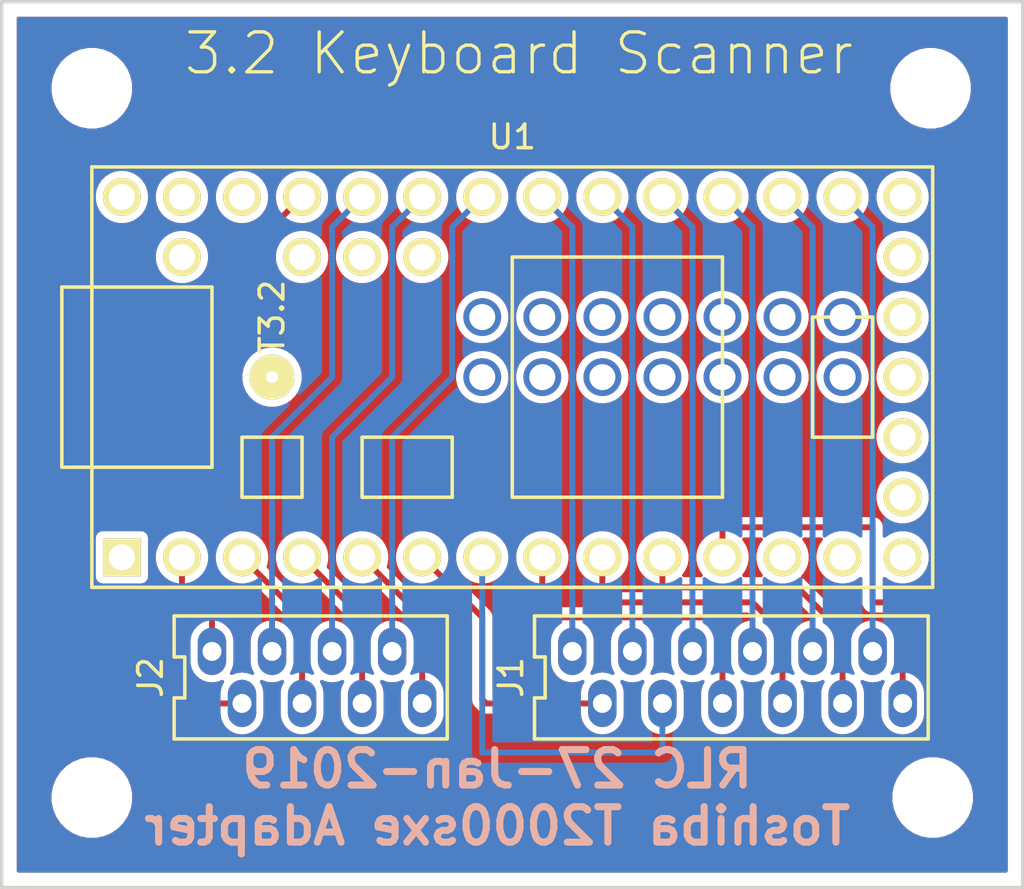
<source format=kicad_pcb>
(kicad_pcb (version 20171130) (host pcbnew "(5.0.2)-1")

  (general
    (thickness 1.6)
    (drawings 6)
    (tracks 59)
    (zones 0)
    (modules 7)
    (nets 53)
  )

  (page A4)
  (layers
    (0 Top signal)
    (31 Bottom jumper)
    (32 B.Adhes user)
    (33 F.Adhes user)
    (36 B.SilkS user)
    (37 F.SilkS user)
    (38 B.Mask user)
    (39 F.Mask user)
    (40 Dwgs.User user)
    (41 Cmts.User user)
    (42 Eco1.User user)
    (43 Eco2.User user)
    (44 Edge.Cuts user)
    (45 Margin user)
    (46 B.CrtYd user)
    (47 F.CrtYd user)
    (48 B.Fab user)
    (49 F.Fab user)
  )

  (setup
    (last_trace_width 0.1524)
    (trace_clearance 0.1524)
    (zone_clearance 0.3048)
    (zone_45_only no)
    (trace_min 0.1524)
    (segment_width 0.2)
    (edge_width 0.15)
    (via_size 0.6858)
    (via_drill 0.3302)
    (via_min_size 0.508)
    (via_min_drill 0.254)
    (uvia_size 0.3)
    (uvia_drill 0.1)
    (uvias_allowed no)
    (uvia_min_size 0.2)
    (uvia_min_drill 0.1)
    (pcb_text_width 0.3)
    (pcb_text_size 1.5 1.5)
    (mod_edge_width 0.15)
    (mod_text_size 1 1)
    (mod_text_width 0.15)
    (pad_size 1.524 1.524)
    (pad_drill 0.762)
    (pad_to_mask_clearance 0.0508)
    (solder_mask_min_width 0.25)
    (aux_axis_origin 0 0)
    (visible_elements 7FFFFFFF)
    (pcbplotparams
      (layerselection 0x010fc_ffffffff)
      (usegerberextensions false)
      (usegerberattributes false)
      (usegerberadvancedattributes false)
      (creategerberjobfile false)
      (excludeedgelayer true)
      (linewidth 0.100000)
      (plotframeref false)
      (viasonmask false)
      (mode 1)
      (useauxorigin false)
      (hpglpennumber 1)
      (hpglpenspeed 20)
      (hpglpendiameter 15.000000)
      (psnegative false)
      (psa4output false)
      (plotreference true)
      (plotvalue true)
      (plotinvisibletext false)
      (padsonsilk false)
      (subtractmaskfromsilk false)
      (outputformat 1)
      (mirror false)
      (drillshape 0)
      (scaleselection 1)
      (outputdirectory ""))
  )

  (net 0 "")
  (net 1 T5)
  (net 2 T23)
  (net 3 T18)
  (net 4 T0)
  (net 5 T4)
  (net 6 T22)
  (net 7 T19)
  (net 8 T1)
  (net 9 T3)
  (net 10 T21)
  (net 11 T20)
  (net 12 T2)
  (net 13 T9)
  (net 14 T17)
  (net 15 T6)
  (net 16 T8)
  (net 17 T7)
  (net 18 "Net-(U1-Pad17)")
  (net 19 "Net-(U1-Pad18)")
  (net 20 "Net-(U1-Pad19)")
  (net 21 "Net-(U1-Pad20)")
  (net 22 "Net-(U1-Pad16)")
  (net 23 "Net-(U1-Pad15)")
  (net 24 "Net-(U1-Pad14)")
  (net 25 "Net-(U1-Pad31)")
  (net 26 "Net-(U1-Pad32)")
  (net 27 "Net-(U1-Pad33)")
  (net 28 "Net-(U1-Pad34)")
  (net 29 "Net-(U1-Pad35)")
  (net 30 "Net-(U1-Pad36)")
  (net 31 "Net-(U1-Pad37)")
  (net 32 "Net-(U1-Pad13)")
  (net 33 "Net-(U1-Pad12)")
  (net 34 "Net-(U1-Pad1)")
  (net 35 "Net-(U1-Pad38)")
  (net 36 "Net-(U1-Pad39)")
  (net 37 "Net-(U1-Pad42)")
  (net 38 "Net-(U1-Pad43)")
  (net 39 "Net-(U1-Pad44)")
  (net 40 "Net-(U1-Pad45)")
  (net 41 "Net-(U1-Pad46)")
  (net 42 "Net-(U1-Pad47)")
  (net 43 "Net-(U1-Pad48)")
  (net 44 "Net-(U1-Pad50)")
  (net 45 "Net-(U1-Pad51)")
  (net 46 "Net-(U1-Pad52)")
  (net 47 T14)
  (net 48 T15)
  (net 49 T16)
  (net 50 "Net-(U1-Pad40)")
  (net 51 "Net-(U1-Pad41)")
  (net 52 "Net-(U1-Pad49)")

  (net_class Default "This is the default net class."
    (clearance 0.1524)
    (trace_width 0.1524)
    (via_dia 0.6858)
    (via_drill 0.3302)
    (uvia_dia 0.3)
    (uvia_drill 0.1)
    (add_net "Net-(U1-Pad1)")
    (add_net "Net-(U1-Pad12)")
    (add_net "Net-(U1-Pad13)")
    (add_net "Net-(U1-Pad14)")
    (add_net "Net-(U1-Pad15)")
    (add_net "Net-(U1-Pad16)")
    (add_net "Net-(U1-Pad17)")
    (add_net "Net-(U1-Pad18)")
    (add_net "Net-(U1-Pad19)")
    (add_net "Net-(U1-Pad20)")
    (add_net "Net-(U1-Pad31)")
    (add_net "Net-(U1-Pad32)")
    (add_net "Net-(U1-Pad33)")
    (add_net "Net-(U1-Pad34)")
    (add_net "Net-(U1-Pad35)")
    (add_net "Net-(U1-Pad36)")
    (add_net "Net-(U1-Pad37)")
    (add_net "Net-(U1-Pad38)")
    (add_net "Net-(U1-Pad39)")
    (add_net "Net-(U1-Pad40)")
    (add_net "Net-(U1-Pad41)")
    (add_net "Net-(U1-Pad42)")
    (add_net "Net-(U1-Pad43)")
    (add_net "Net-(U1-Pad44)")
    (add_net "Net-(U1-Pad45)")
    (add_net "Net-(U1-Pad46)")
    (add_net "Net-(U1-Pad47)")
    (add_net "Net-(U1-Pad48)")
    (add_net "Net-(U1-Pad49)")
    (add_net "Net-(U1-Pad50)")
    (add_net "Net-(U1-Pad51)")
    (add_net "Net-(U1-Pad52)")
    (add_net T0)
    (add_net T1)
    (add_net T14)
    (add_net T15)
    (add_net T16)
    (add_net T17)
    (add_net T18)
    (add_net T19)
    (add_net T2)
    (add_net T20)
    (add_net T21)
    (add_net T22)
    (add_net T23)
    (add_net T3)
    (add_net T4)
    (add_net T5)
    (add_net T6)
    (add_net T7)
    (add_net T8)
    (add_net T9)
  )

  (module teensy:Teensy30_31_32_LC (layer Top) (tedit 5C4E3CB6) (tstamp 5C7EEE49)
    (at 151.13 97.155)
    (path /5C4E12D7)
    (fp_text reference U1 (at 0 -10.16) (layer F.SilkS)
      (effects (font (size 1 1) (thickness 0.15)))
    )
    (fp_text value Teensy3.2 (at 0 10.16) (layer F.Fab)
      (effects (font (size 1 1) (thickness 0.15)))
    )
    (fp_text user T3.2 (at -10.16 -2.54 90) (layer F.SilkS)
      (effects (font (size 1 1) (thickness 0.15)))
    )
    (fp_line (start -17.78 3.81) (end -19.05 3.81) (layer F.SilkS) (width 0.15))
    (fp_line (start -19.05 3.81) (end -19.05 -3.81) (layer F.SilkS) (width 0.15))
    (fp_line (start -19.05 -3.81) (end -17.78 -3.81) (layer F.SilkS) (width 0.15))
    (fp_line (start -6.35 5.08) (end -2.54 5.08) (layer F.SilkS) (width 0.15))
    (fp_line (start -2.54 5.08) (end -2.54 2.54) (layer F.SilkS) (width 0.15))
    (fp_line (start -2.54 2.54) (end -6.35 2.54) (layer F.SilkS) (width 0.15))
    (fp_line (start -6.35 2.54) (end -6.35 5.08) (layer F.SilkS) (width 0.15))
    (fp_line (start -12.7 3.81) (end -12.7 -3.81) (layer F.SilkS) (width 0.15))
    (fp_line (start -12.7 -3.81) (end -17.78 -3.81) (layer F.SilkS) (width 0.15))
    (fp_line (start -12.7 3.81) (end -17.78 3.81) (layer F.SilkS) (width 0.15))
    (fp_line (start -11.43 5.08) (end -8.89 5.08) (layer F.SilkS) (width 0.15))
    (fp_line (start -8.89 5.08) (end -8.89 2.54) (layer F.SilkS) (width 0.15))
    (fp_line (start -8.89 2.54) (end -11.43 2.54) (layer F.SilkS) (width 0.15))
    (fp_line (start -11.43 2.54) (end -11.43 5.08) (layer F.SilkS) (width 0.15))
    (fp_line (start 15.24 -2.54) (end 15.24 2.54) (layer F.SilkS) (width 0.15))
    (fp_line (start 15.24 2.54) (end 12.7 2.54) (layer F.SilkS) (width 0.15))
    (fp_line (start 12.7 2.54) (end 12.7 -2.54) (layer F.SilkS) (width 0.15))
    (fp_line (start 12.7 -2.54) (end 15.24 -2.54) (layer F.SilkS) (width 0.15))
    (fp_line (start 8.89 5.08) (end 8.89 -5.08) (layer F.SilkS) (width 0.15))
    (fp_line (start 0 -5.08) (end 0 5.08) (layer F.SilkS) (width 0.15))
    (fp_line (start 8.89 -5.08) (end 0 -5.08) (layer F.SilkS) (width 0.15))
    (fp_line (start 8.89 5.08) (end 0 5.08) (layer F.SilkS) (width 0.15))
    (fp_line (start -17.78 -8.89) (end 17.78 -8.89) (layer F.SilkS) (width 0.15))
    (fp_line (start 17.78 -8.89) (end 17.78 8.89) (layer F.SilkS) (width 0.15))
    (fp_line (start 17.78 8.89) (end -17.78 8.89) (layer F.SilkS) (width 0.15))
    (fp_line (start -17.78 8.89) (end -17.78 -8.89) (layer F.SilkS) (width 0.15))
    (pad 17 thru_hole circle (at 16.51 0) (size 1.6 1.6) (drill 1.1) (layers *.Cu *.Mask F.SilkS)
      (net 18 "Net-(U1-Pad17)"))
    (pad 18 thru_hole circle (at 16.51 -2.54) (size 1.6 1.6) (drill 1.1) (layers *.Cu *.Mask F.SilkS)
      (net 19 "Net-(U1-Pad18)"))
    (pad 19 thru_hole circle (at 16.51 -5.08) (size 1.6 1.6) (drill 1.1) (layers *.Cu *.Mask F.SilkS)
      (net 20 "Net-(U1-Pad19)"))
    (pad 20 thru_hole circle (at 16.51 -7.62) (size 1.6 1.6) (drill 1.1) (layers *.Cu *.Mask F.SilkS)
      (net 21 "Net-(U1-Pad20)"))
    (pad 16 thru_hole circle (at 16.51 2.54) (size 1.6 1.6) (drill 1.1) (layers *.Cu *.Mask F.SilkS)
      (net 22 "Net-(U1-Pad16)"))
    (pad 15 thru_hole circle (at 16.51 5.08) (size 1.6 1.6) (drill 1.1) (layers *.Cu *.Mask F.SilkS)
      (net 23 "Net-(U1-Pad15)"))
    (pad 14 thru_hole circle (at 16.51 7.62) (size 1.6 1.6) (drill 1.1) (layers *.Cu *.Mask F.SilkS)
      (net 24 "Net-(U1-Pad14)"))
    (pad 21 thru_hole circle (at 13.97 -7.62) (size 1.6 1.6) (drill 1.1) (layers *.Cu *.Mask F.SilkS)
      (net 47 T14))
    (pad 22 thru_hole circle (at 11.43 -7.62) (size 1.6 1.6) (drill 1.1) (layers *.Cu *.Mask F.SilkS)
      (net 48 T15))
    (pad 23 thru_hole circle (at 8.89 -7.62) (size 1.6 1.6) (drill 1.1) (layers *.Cu *.Mask F.SilkS)
      (net 49 T16))
    (pad 24 thru_hole circle (at 6.35 -7.62) (size 1.6 1.6) (drill 1.1) (layers *.Cu *.Mask F.SilkS)
      (net 14 T17))
    (pad 25 thru_hole circle (at 3.81 -7.62) (size 1.6 1.6) (drill 1.1) (layers *.Cu *.Mask F.SilkS)
      (net 3 T18))
    (pad 26 thru_hole circle (at 1.27 -7.62) (size 1.6 1.6) (drill 1.1) (layers *.Cu *.Mask F.SilkS)
      (net 7 T19))
    (pad 27 thru_hole circle (at -1.27 -7.62) (size 1.6 1.6) (drill 1.1) (layers *.Cu *.Mask F.SilkS)
      (net 11 T20))
    (pad 28 thru_hole circle (at -3.81 -7.62) (size 1.6 1.6) (drill 1.1) (layers *.Cu *.Mask F.SilkS)
      (net 10 T21))
    (pad 29 thru_hole circle (at -6.35 -7.62) (size 1.6 1.6) (drill 1.1) (layers *.Cu *.Mask F.SilkS)
      (net 6 T22))
    (pad 30 thru_hole circle (at -8.89 -7.62) (size 1.6 1.6) (drill 1.1) (layers *.Cu *.Mask F.SilkS)
      (net 2 T23))
    (pad 31 thru_hole circle (at -11.43 -7.62) (size 1.6 1.6) (drill 1.1) (layers *.Cu *.Mask F.SilkS)
      (net 25 "Net-(U1-Pad31)"))
    (pad 32 thru_hole circle (at -13.97 -7.62) (size 1.6 1.6) (drill 1.1) (layers *.Cu *.Mask F.SilkS)
      (net 26 "Net-(U1-Pad32)"))
    (pad 33 thru_hole circle (at -16.51 -7.62) (size 1.6 1.6) (drill 1.1) (layers *.Cu *.Mask F.SilkS)
      (net 27 "Net-(U1-Pad33)"))
    (pad 34 thru_hole circle (at -13.97 -5.08) (size 1.6 1.6) (drill 1.1) (layers *.Cu *.Mask F.SilkS)
      (net 28 "Net-(U1-Pad34)"))
    (pad 35 thru_hole circle (at -8.89 -5.08) (size 1.6 1.6) (drill 1.1) (layers *.Cu *.Mask F.SilkS)
      (net 29 "Net-(U1-Pad35)"))
    (pad 36 thru_hole circle (at -6.35 -5.08) (size 1.6 1.6) (drill 1.1) (layers *.Cu *.Mask F.SilkS)
      (net 30 "Net-(U1-Pad36)"))
    (pad 37 thru_hole circle (at -3.81 -5.08) (size 1.6 1.6) (drill 1.1) (layers *.Cu *.Mask F.SilkS)
      (net 31 "Net-(U1-Pad37)"))
    (pad 13 thru_hole circle (at 13.97 7.62) (size 1.6 1.6) (drill 1.1) (layers *.Cu *.Mask F.SilkS)
      (net 32 "Net-(U1-Pad13)"))
    (pad 12 thru_hole circle (at 11.43 7.62) (size 1.6 1.6) (drill 1.1) (layers *.Cu *.Mask F.SilkS)
      (net 33 "Net-(U1-Pad12)"))
    (pad 11 thru_hole circle (at 8.89 7.62) (size 1.6 1.6) (drill 1.1) (layers *.Cu *.Mask F.SilkS)
      (net 13 T9))
    (pad 10 thru_hole circle (at 6.35 7.62) (size 1.6 1.6) (drill 1.1) (layers *.Cu *.Mask F.SilkS)
      (net 16 T8))
    (pad 9 thru_hole circle (at 3.81 7.62) (size 1.6 1.6) (drill 1.1) (layers *.Cu *.Mask F.SilkS)
      (net 17 T7))
    (pad 8 thru_hole circle (at 1.27 7.62) (size 1.6 1.6) (drill 1.1) (layers *.Cu *.Mask F.SilkS)
      (net 15 T6))
    (pad 7 thru_hole circle (at -1.27 7.62) (size 1.6 1.6) (drill 1.1) (layers *.Cu *.Mask F.SilkS)
      (net 1 T5))
    (pad 6 thru_hole circle (at -3.81 7.62) (size 1.6 1.6) (drill 1.1) (layers *.Cu *.Mask F.SilkS)
      (net 5 T4))
    (pad 5 thru_hole circle (at -6.35 7.62) (size 1.6 1.6) (drill 1.1) (layers *.Cu *.Mask F.SilkS)
      (net 9 T3))
    (pad 4 thru_hole circle (at -8.89 7.62) (size 1.6 1.6) (drill 1.1) (layers *.Cu *.Mask F.SilkS)
      (net 12 T2))
    (pad 3 thru_hole circle (at -11.43 7.62) (size 1.6 1.6) (drill 1.1) (layers *.Cu *.Mask F.SilkS)
      (net 8 T1))
    (pad 2 thru_hole circle (at -13.97 7.62) (size 1.6 1.6) (drill 1.1) (layers *.Cu *.Mask F.SilkS)
      (net 4 T0))
    (pad 1 thru_hole rect (at -16.51 7.62) (size 1.6 1.6) (drill 1.1) (layers *.Cu *.Mask F.SilkS)
      (net 34 "Net-(U1-Pad1)"))
    (pad 38 thru_hole circle (at -1.27 0) (size 1.6 1.6) (drill 1.1) (layers *.Cu *.Mask)
      (net 35 "Net-(U1-Pad38)"))
    (pad 39 thru_hole circle (at 1.27 0) (size 1.6 1.6) (drill 1.1) (layers *.Cu *.Mask)
      (net 36 "Net-(U1-Pad39)"))
    (pad 40 thru_hole circle (at 3.81 0) (size 1.6 1.6) (drill 1.1) (layers *.Cu *.Mask)
      (net 50 "Net-(U1-Pad40)"))
    (pad 41 thru_hole circle (at 6.35 0) (size 1.6 1.6) (drill 1.1) (layers *.Cu *.Mask)
      (net 51 "Net-(U1-Pad41)"))
    (pad 42 thru_hole circle (at 8.89 0) (size 1.6 1.6) (drill 1.1) (layers *.Cu *.Mask)
      (net 37 "Net-(U1-Pad42)"))
    (pad 43 thru_hole circle (at 11.43 0) (size 1.6 1.6) (drill 1.1) (layers *.Cu *.Mask)
      (net 38 "Net-(U1-Pad43)"))
    (pad 44 thru_hole circle (at 13.97 0) (size 1.6 1.6) (drill 1.1) (layers *.Cu *.Mask)
      (net 39 "Net-(U1-Pad44)"))
    (pad 45 thru_hole circle (at 13.97 -2.54) (size 1.6 1.6) (drill 1.1) (layers *.Cu *.Mask)
      (net 40 "Net-(U1-Pad45)"))
    (pad 46 thru_hole circle (at 11.43 -2.54) (size 1.6 1.6) (drill 1.1) (layers *.Cu *.Mask)
      (net 41 "Net-(U1-Pad46)"))
    (pad 47 thru_hole circle (at 8.89 -2.54) (size 1.6 1.6) (drill 1.1) (layers *.Cu *.Mask)
      (net 42 "Net-(U1-Pad47)"))
    (pad 48 thru_hole circle (at 6.35 -2.54) (size 1.6 1.6) (drill 1.1) (layers *.Cu *.Mask)
      (net 43 "Net-(U1-Pad48)"))
    (pad 49 thru_hole circle (at 3.81 -2.54) (size 1.6 1.6) (drill 1.1) (layers *.Cu *.Mask)
      (net 52 "Net-(U1-Pad49)"))
    (pad 50 thru_hole circle (at 1.27 -2.54) (size 1.6 1.6) (drill 1.1) (layers *.Cu *.Mask)
      (net 44 "Net-(U1-Pad50)"))
    (pad 51 thru_hole circle (at -1.27 -2.54) (size 1.6 1.6) (drill 1.1) (layers *.Cu *.Mask)
      (net 45 "Net-(U1-Pad51)"))
    (pad 52 thru_hole circle (at -10.16 0) (size 1.9 1.9) (drill 0.5) (layers *.Cu *.Mask F.SilkS)
      (net 46 "Net-(U1-Pad52)"))
  )

  (module Keyboard_Scanner:STAGGERED_8_PIN_THT (layer Top) (tedit 5C4E2309) (tstamp 5C7EEDF4)
    (at 144.78 109.855)
    (path /5C4E172D)
    (fp_text reference J2 (at -8.95 0 90) (layer F.SilkS)
      (effects (font (size 1 1) (thickness 0.15)))
    )
    (fp_text value Conn_01x08_Female (at -2 0) (layer F.Fab)
      (effects (font (size 1 0.6) (thickness 0.15)))
    )
    (fp_line (start -8.1 2.75) (end -8.1 -2.75) (layer F.CrtYd) (width 0.05))
    (fp_line (start 3.75 2.75) (end -8.1 2.75) (layer F.CrtYd) (width 0.05))
    (fp_line (start 3.75 -2.75) (end 3.75 2.75) (layer F.CrtYd) (width 0.05))
    (fp_line (start -8.1 -2.75) (end 3.75 -2.75) (layer F.CrtYd) (width 0.05))
    (fp_line (start -7.95 0.866666) (end -7.95 2.599999) (layer F.SilkS) (width 0.15))
    (fp_line (start -7.5 0.866666) (end -7.95 0.866666) (layer F.SilkS) (width 0.15))
    (fp_line (start -7.5 -0.866666) (end -7.5 0.866666) (layer F.SilkS) (width 0.15))
    (fp_line (start -7.95 -0.866666) (end -7.5 -0.866666) (layer F.SilkS) (width 0.15))
    (fp_line (start -7.95 -2.6) (end -7.95 -0.866666) (layer F.SilkS) (width 0.15))
    (fp_line (start 3.6 -2.599999) (end -7.95 -2.6) (layer F.SilkS) (width 0.15))
    (fp_line (start 3.6 2.6) (end 3.6 -2.599999) (layer F.SilkS) (width 0.15))
    (fp_line (start -7.95 2.599999) (end 3.6 2.6) (layer F.SilkS) (width 0.15))
    (pad 8 thru_hole oval (at 2.54 1.1) (size 1.2 2) (drill 0.8) (layers *.Cu *.Mask)
      (net 9 T3))
    (pad 7 thru_hole oval (at 1.27 -1.1) (size 1.2 2) (drill 0.8) (layers *.Cu *.Mask)
      (net 11 T20))
    (pad 6 thru_hole oval (at 0 1.1) (size 1.2 2) (drill 0.8) (layers *.Cu *.Mask)
      (net 12 T2))
    (pad 5 thru_hole oval (at -1.27 -1.1) (size 1.2 2) (drill 0.8) (layers *.Cu *.Mask)
      (net 10 T21))
    (pad 4 thru_hole oval (at -2.54 1.1) (size 1.2 2) (drill 0.8) (layers *.Cu *.Mask)
      (net 8 T1))
    (pad 3 thru_hole oval (at -3.81 -1.1) (size 1.2 2) (drill 0.8) (layers *.Cu *.Mask)
      (net 6 T22))
    (pad 2 thru_hole oval (at -5.08 1.1) (size 1.2 2) (drill 0.8) (layers *.Cu *.Mask)
      (net 4 T0))
    (pad 1 thru_hole oval (at -6.35 -1.1) (size 1.2 2) (drill 0.8) (layers *.Cu *.Mask)
      (net 2 T23))
  )

  (module Keyboard_Scanner:STAGGERED_12_PIN_THT (layer Top) (tedit 5C4E2194) (tstamp 5C7EEDDC)
    (at 160.02 109.855)
    (path /5C4E1852)
    (fp_text reference J1 (at -8.95 0 90) (layer F.SilkS)
      (effects (font (size 1 1) (thickness 0.15)))
    )
    (fp_text value Conn_01x12_Female (at 0 0) (layer F.Fab)
      (effects (font (size 1 1) (thickness 0.15)))
    )
    (fp_line (start -7.95 2.599999) (end 8.7 2.6) (layer F.SilkS) (width 0.15))
    (fp_line (start 8.7 2.6) (end 8.7 -2.599999) (layer F.SilkS) (width 0.15))
    (fp_line (start 8.7 -2.599999) (end -7.95 -2.6) (layer F.SilkS) (width 0.15))
    (fp_line (start -7.95 -2.6) (end -7.95 -0.866666) (layer F.SilkS) (width 0.15))
    (fp_line (start -7.95 -0.866666) (end -7.5 -0.866666) (layer F.SilkS) (width 0.15))
    (fp_line (start -7.5 -0.866666) (end -7.5 0.866666) (layer F.SilkS) (width 0.15))
    (fp_line (start -7.5 0.866666) (end -7.95 0.866666) (layer F.SilkS) (width 0.15))
    (fp_line (start -7.95 0.866666) (end -7.95 2.599999) (layer F.SilkS) (width 0.15))
    (fp_line (start -8.1 -2.75) (end 8.85 -2.75) (layer F.CrtYd) (width 0.05))
    (fp_line (start 8.85 -2.75) (end 8.85 2.75) (layer F.CrtYd) (width 0.05))
    (fp_line (start 8.85 2.75) (end -8.1 2.75) (layer F.CrtYd) (width 0.05))
    (fp_line (start -8.1 2.75) (end -8.1 -2.75) (layer F.CrtYd) (width 0.05))
    (pad 1 thru_hole oval (at -6.35 -1.1) (size 1.2 2) (drill 0.8) (layers *.Cu *.Mask)
      (net 7 T19))
    (pad 2 thru_hole oval (at -5.08 1.1) (size 1.2 2) (drill 0.8) (layers *.Cu *.Mask)
      (net 5 T4))
    (pad 3 thru_hole oval (at -3.81 -1.1) (size 1.2 2) (drill 0.8) (layers *.Cu *.Mask)
      (net 3 T18))
    (pad 4 thru_hole oval (at -2.54 1.1) (size 1.2 2) (drill 0.8) (layers *.Cu *.Mask)
      (net 1 T5))
    (pad 5 thru_hole oval (at -1.27 -1.1) (size 1.2 2) (drill 0.8) (layers *.Cu *.Mask)
      (net 14 T17))
    (pad 6 thru_hole oval (at 0 1.1) (size 1.2 2) (drill 0.8) (layers *.Cu *.Mask)
      (net 15 T6))
    (pad 7 thru_hole oval (at 1.27 -1.1) (size 1.2 2) (drill 0.8) (layers *.Cu *.Mask)
      (net 49 T16))
    (pad 8 thru_hole oval (at 2.54 1.1) (size 1.2 2) (drill 0.8) (layers *.Cu *.Mask)
      (net 17 T7))
    (pad 9 thru_hole oval (at 3.81 -1.1) (size 1.2 2) (drill 0.8) (layers *.Cu *.Mask)
      (net 48 T15))
    (pad 10 thru_hole oval (at 5.08 1.1) (size 1.2 2) (drill 0.8) (layers *.Cu *.Mask)
      (net 16 T8))
    (pad 11 thru_hole oval (at 6.35 -1.1) (size 1.2 2) (drill 0.8) (layers *.Cu *.Mask)
      (net 47 T14))
    (pad 12 thru_hole oval (at 7.62 1.1) (size 1.2 2) (drill 0.8) (layers *.Cu *.Mask)
      (net 13 T9))
  )

  (module "" (layer Top) (tedit 0) (tstamp 0)
    (at 168.91 114.935)
    (fp_text reference @HOLE0 (at 0 0) (layer F.SilkS) hide
      (effects (font (size 1.27 1.27) (thickness 0.15)))
    )
    (fp_text value "" (at 0 0) (layer F.SilkS)
      (effects (font (size 1.27 1.27) (thickness 0.15)))
    )
    (pad "" np_thru_hole circle (at 0 0) (size 2.8 2.8) (drill 2.8) (layers *.Cu *.Mask))
  )

  (module "" (layer Top) (tedit 0) (tstamp 0)
    (at 168.8211 84.9376)
    (fp_text reference @HOLE1 (at 0 0) (layer F.SilkS) hide
      (effects (font (size 1.27 1.27) (thickness 0.15)))
    )
    (fp_text value "" (at 0 0) (layer F.SilkS)
      (effects (font (size 1.27 1.27) (thickness 0.15)))
    )
    (pad "" np_thru_hole circle (at 0 0) (size 2.8 2.8) (drill 2.8) (layers *.Cu *.Mask))
  )

  (module "" (layer Top) (tedit 0) (tstamp 0)
    (at 133.35 84.9376)
    (fp_text reference @HOLE2 (at 0 0) (layer F.SilkS) hide
      (effects (font (size 1.27 1.27) (thickness 0.15)))
    )
    (fp_text value "" (at 0 0) (layer F.SilkS)
      (effects (font (size 1.27 1.27) (thickness 0.15)))
    )
    (pad "" np_thru_hole circle (at 0 0) (size 2.8 2.8) (drill 2.8) (layers *.Cu *.Mask))
  )

  (module "" (layer Top) (tedit 0) (tstamp 0)
    (at 133.35 114.935)
    (fp_text reference @HOLE3 (at 0 0) (layer F.SilkS) hide
      (effects (font (size 1.27 1.27) (thickness 0.15)))
    )
    (fp_text value "" (at 0 0) (layer F.SilkS)
      (effects (font (size 1.27 1.27) (thickness 0.15)))
    )
    (pad "" np_thru_hole circle (at 0 0) (size 2.8 2.8) (drill 2.8) (layers *.Cu *.Mask))
  )

  (gr_text "RLC 27-Jan-2019\nToshiba T2000sxe Adapter" (at 150.495 114.935) (layer B.SilkS)
    (effects (font (size 1.5 1.5) (thickness 0.3)) (justify mirror))
  )
  (gr_line (start 129.54 118.745) (end 129.54 81.28) (layer Edge.Cuts) (width 0.15) (tstamp 5C7EF9C4))
  (gr_line (start 129.54 81.28) (end 172.72 81.28) (layer Edge.Cuts) (width 0.15) (tstamp 11CBD6D0))
  (gr_line (start 172.72 81.28) (end 172.72 118.745) (layer Edge.Cuts) (width 0.15) (tstamp 11CBDC70))
  (gr_line (start 172.72 118.745) (end 129.54 118.745) (layer Edge.Cuts) (width 0.15) (tstamp 5C7EF9F1))
  (gr_text "3.2 Keyboard Scanner" (at 137.16 84.455) (layer F.SilkS) (tstamp 11CBBFB0)
    (effects (font (size 1.6891 1.6891) (thickness 0.14224)) (justify left bottom))
  )

  (segment (start 157.48 110.955) (end 157.48 113.03) (width 0.25) (layer Bottom) (net 1))
  (segment (start 157.48 113.03) (end 149.86 113.03) (width 0.25) (layer Bottom) (net 1))
  (segment (start 149.86 113.03) (end 149.86 104.775) (width 0.25) (layer Bottom) (net 1))
  (segment (start 138.43 93.345) (end 142.24 89.535) (width 0.25) (layer Top) (net 2))
  (segment (start 138.43 108.755) (end 138.43 93.345) (width 0.25) (layer Top) (net 2))
  (segment (start 156.21 90.805) (end 154.94 89.535) (width 0.25) (layer Bottom) (net 3))
  (segment (start 156.21 108.755) (end 156.21 90.805) (width 0.25) (layer Bottom) (net 3))
  (segment (start 139.7 110.955) (end 137.33 110.955) (width 0.25) (layer Top) (net 4))
  (segment (start 137.16 110.785) (end 137.16 104.775) (width 0.25) (layer Top) (net 4))
  (segment (start 137.33 110.955) (end 137.16 110.785) (width 0.25) (layer Top) (net 4))
  (segment (start 147.32 104.775) (end 149.86 107.315) (width 0.25) (layer Top) (net 5))
  (segment (start 154.94 110.955) (end 150.03 110.955) (width 0.25) (layer Top) (net 5))
  (segment (start 149.86 110.785) (end 149.86 107.315) (width 0.25) (layer Top) (net 5))
  (segment (start 150.03 110.955) (end 149.86 110.785) (width 0.25) (layer Top) (net 5))
  (segment (start 143.51 90.805) (end 144.78 89.535) (width 0.25) (layer Bottom) (net 6))
  (segment (start 143.51 97.155) (end 143.51 90.805) (width 0.25) (layer Bottom) (net 6))
  (segment (start 140.97 108.755) (end 140.97 99.695) (width 0.25) (layer Bottom) (net 6))
  (segment (start 140.97 99.695) (end 143.51 97.155) (width 0.25) (layer Bottom) (net 6))
  (segment (start 153.67 90.805) (end 152.4 89.535) (width 0.25) (layer Bottom) (net 7))
  (segment (start 153.67 108.755) (end 153.67 90.805) (width 0.25) (layer Bottom) (net 7))
  (segment (start 142.24 107.315) (end 139.7 104.775) (width 0.25) (layer Top) (net 8))
  (segment (start 142.24 110.955) (end 142.24 107.315) (width 0.25) (layer Top) (net 8))
  (segment (start 147.32 107.315) (end 144.78 104.775) (width 0.25) (layer Top) (net 9))
  (segment (start 147.32 110.955) (end 147.32 107.315) (width 0.25) (layer Top) (net 9))
  (segment (start 143.51 108.755) (end 143.51 99.695) (width 0.25) (layer Bottom) (net 10))
  (segment (start 143.51 99.695) (end 146.05 97.155) (width 0.25) (layer Bottom) (net 10))
  (segment (start 146.05 97.155) (end 146.05 90.805) (width 0.25) (layer Bottom) (net 10))
  (segment (start 146.05 90.805) (end 147.32 89.535) (width 0.25) (layer Bottom) (net 10))
  (segment (start 148.59 90.805) (end 149.86 89.535) (width 0.25) (layer Bottom) (net 11))
  (segment (start 148.59 97.155) (end 148.59 90.805) (width 0.25) (layer Bottom) (net 11))
  (segment (start 146.05 108.755) (end 146.05 99.695) (width 0.25) (layer Bottom) (net 11))
  (segment (start 146.05 99.695) (end 148.59 97.155) (width 0.25) (layer Bottom) (net 11))
  (segment (start 144.78 107.315) (end 142.24 104.775) (width 0.25) (layer Top) (net 12))
  (segment (start 144.78 110.955) (end 144.78 107.315) (width 0.25) (layer Top) (net 12))
  (segment (start 167.64 110.955) (end 167.64 106.68) (width 0.25) (layer Top) (net 13))
  (segment (start 167.64 106.68) (end 166.37 106.68) (width 0.25) (layer Top) (net 13))
  (segment (start 166.37 106.68) (end 166.37 103.505) (width 0.25) (layer Top) (net 13))
  (segment (start 166.37 103.505) (end 160.02 103.505) (width 0.25) (layer Top) (net 13))
  (segment (start 160.02 103.505) (end 160.02 104.775) (width 0.25) (layer Top) (net 13))
  (segment (start 158.75 90.805) (end 157.48 89.535) (width 0.25) (layer Bottom) (net 14))
  (segment (start 158.75 108.755) (end 158.75 90.805) (width 0.25) (layer Bottom) (net 14))
  (segment (start 152.4 107.315) (end 152.4 104.775) (width 0.25) (layer Top) (net 15))
  (segment (start 159.385 107.315) (end 152.4 107.315) (width 0.25) (layer Top) (net 15))
  (segment (start 160.02 110.955) (end 160.02 107.95) (width 0.25) (layer Top) (net 15))
  (segment (start 160.02 107.95) (end 159.385 107.315) (width 0.25) (layer Top) (net 15))
  (segment (start 157.48 106.045) (end 157.48 104.775) (width 0.25) (layer Top) (net 16))
  (segment (start 163.195 106.045) (end 157.48 106.045) (width 0.25) (layer Top) (net 16))
  (segment (start 165.1 110.955) (end 165.1 107.95) (width 0.25) (layer Top) (net 16))
  (segment (start 165.1 107.95) (end 163.195 106.045) (width 0.25) (layer Top) (net 16))
  (segment (start 154.94 106.68) (end 154.94 104.775) (width 0.25) (layer Top) (net 17))
  (segment (start 161.29 106.68) (end 154.94 106.68) (width 0.25) (layer Top) (net 17))
  (segment (start 162.56 110.955) (end 162.56 107.95) (width 0.25) (layer Top) (net 17))
  (segment (start 162.56 107.95) (end 161.29 106.68) (width 0.25) (layer Top) (net 17))
  (segment (start 166.37 90.805) (end 165.1 89.535) (width 0.25) (layer Bottom) (net 47))
  (segment (start 166.37 108.755) (end 166.37 90.805) (width 0.25) (layer Bottom) (net 47))
  (segment (start 163.83 90.805) (end 162.56 89.535) (width 0.25) (layer Bottom) (net 48))
  (segment (start 163.83 108.755) (end 163.83 90.805) (width 0.25) (layer Bottom) (net 48))
  (segment (start 161.29 90.805) (end 160.02 89.535) (width 0.25) (layer Bottom) (net 49))
  (segment (start 161.29 108.755) (end 161.29 90.805) (width 0.25) (layer Bottom) (net 49))

  (zone (net 0) (net_name "") (layer Bottom) (tstamp 5C7F0222) (hatch edge 0.508)
    (priority 6)
    (connect_pads (clearance 0.3048))
    (min_thickness 0.1524)
    (fill yes (arc_segments 32) (thermal_gap 0.2024) (thermal_bridge_width 0.2024))
    (polygon
      (pts
        (xy 130.175 81.915) (xy 130.175 118.11) (xy 172.085 118.11) (xy 172.085 81.915)
      )
    )
    (filled_polygon
      (pts
        (xy 172.0088 118.0338) (xy 130.2512 118.0338) (xy 130.2512 114.759587) (xy 131.569 114.759587) (xy 131.569 115.110413)
        (xy 131.637443 115.454498) (xy 131.771699 115.77862) (xy 131.966607 116.070321) (xy 132.214679 116.318393) (xy 132.50638 116.513301)
        (xy 132.830502 116.647557) (xy 133.174587 116.716) (xy 133.525413 116.716) (xy 133.869498 116.647557) (xy 134.19362 116.513301)
        (xy 134.485321 116.318393) (xy 134.733393 116.070321) (xy 134.928301 115.77862) (xy 135.062557 115.454498) (xy 135.131 115.110413)
        (xy 135.131 114.759587) (xy 167.129 114.759587) (xy 167.129 115.110413) (xy 167.197443 115.454498) (xy 167.331699 115.77862)
        (xy 167.526607 116.070321) (xy 167.774679 116.318393) (xy 168.06638 116.513301) (xy 168.390502 116.647557) (xy 168.734587 116.716)
        (xy 169.085413 116.716) (xy 169.429498 116.647557) (xy 169.75362 116.513301) (xy 170.045321 116.318393) (xy 170.293393 116.070321)
        (xy 170.488301 115.77862) (xy 170.622557 115.454498) (xy 170.691 115.110413) (xy 170.691 114.759587) (xy 170.622557 114.415502)
        (xy 170.488301 114.09138) (xy 170.293393 113.799679) (xy 170.045321 113.551607) (xy 169.75362 113.356699) (xy 169.429498 113.222443)
        (xy 169.085413 113.154) (xy 168.734587 113.154) (xy 168.390502 113.222443) (xy 168.06638 113.356699) (xy 167.774679 113.551607)
        (xy 167.526607 113.799679) (xy 167.331699 114.09138) (xy 167.197443 114.415502) (xy 167.129 114.759587) (xy 135.131 114.759587)
        (xy 135.062557 114.415502) (xy 134.928301 114.09138) (xy 134.733393 113.799679) (xy 134.485321 113.551607) (xy 134.19362 113.356699)
        (xy 133.869498 113.222443) (xy 133.525413 113.154) (xy 133.174587 113.154) (xy 132.830502 113.222443) (xy 132.50638 113.356699)
        (xy 132.214679 113.551607) (xy 131.966607 113.799679) (xy 131.771699 114.09138) (xy 131.637443 114.415502) (xy 131.569 114.759587)
        (xy 130.2512 114.759587) (xy 130.2512 108.306814) (xy 137.449 108.306814) (xy 137.449 109.203187) (xy 137.463196 109.34731)
        (xy 137.51929 109.532229) (xy 137.610383 109.702651) (xy 137.732973 109.852028) (xy 137.88235 109.974618) (xy 138.052772 110.065711)
        (xy 138.237691 110.121805) (xy 138.43 110.140746) (xy 138.62231 110.121805) (xy 138.807229 110.065711) (xy 138.865969 110.034314)
        (xy 138.789289 110.177772) (xy 138.733195 110.362691) (xy 138.719 110.506814) (xy 138.719 111.403187) (xy 138.733196 111.54731)
        (xy 138.78929 111.732229) (xy 138.880383 111.902651) (xy 139.002973 112.052028) (xy 139.15235 112.174618) (xy 139.322772 112.265711)
        (xy 139.507691 112.321805) (xy 139.7 112.340746) (xy 139.89231 112.321805) (xy 140.077229 112.265711) (xy 140.247651 112.174618)
        (xy 140.397028 112.052028) (xy 140.519618 111.902651) (xy 140.610711 111.732229) (xy 140.666805 111.547309) (xy 140.681 111.403186)
        (xy 140.681 110.506813) (xy 140.666805 110.36269) (xy 140.610711 110.177771) (xy 140.534031 110.034313) (xy 140.592772 110.065711)
        (xy 140.777691 110.121805) (xy 140.97 110.140746) (xy 141.16231 110.121805) (xy 141.347229 110.065711) (xy 141.405969 110.034314)
        (xy 141.329289 110.177772) (xy 141.273195 110.362691) (xy 141.259 110.506814) (xy 141.259 111.403187) (xy 141.273196 111.54731)
        (xy 141.32929 111.732229) (xy 141.420383 111.902651) (xy 141.542973 112.052028) (xy 141.69235 112.174618) (xy 141.862772 112.265711)
        (xy 142.047691 112.321805) (xy 142.24 112.340746) (xy 142.43231 112.321805) (xy 142.617229 112.265711) (xy 142.787651 112.174618)
        (xy 142.937028 112.052028) (xy 143.059618 111.902651) (xy 143.150711 111.732229) (xy 143.206805 111.547309) (xy 143.221 111.403186)
        (xy 143.221 110.506813) (xy 143.206805 110.36269) (xy 143.150711 110.177771) (xy 143.074031 110.034313) (xy 143.132772 110.065711)
        (xy 143.317691 110.121805) (xy 143.51 110.140746) (xy 143.70231 110.121805) (xy 143.887229 110.065711) (xy 143.945969 110.034314)
        (xy 143.869289 110.177772) (xy 143.813195 110.362691) (xy 143.799 110.506814) (xy 143.799 111.403187) (xy 143.813196 111.54731)
        (xy 143.86929 111.732229) (xy 143.960383 111.902651) (xy 144.082973 112.052028) (xy 144.23235 112.174618) (xy 144.402772 112.265711)
        (xy 144.587691 112.321805) (xy 144.78 112.340746) (xy 144.97231 112.321805) (xy 145.157229 112.265711) (xy 145.327651 112.174618)
        (xy 145.477028 112.052028) (xy 145.599618 111.902651) (xy 145.690711 111.732229) (xy 145.746805 111.547309) (xy 145.761 111.403186)
        (xy 145.761 110.506813) (xy 145.746805 110.36269) (xy 145.690711 110.177771) (xy 145.614031 110.034313) (xy 145.672772 110.065711)
        (xy 145.857691 110.121805) (xy 146.05 110.140746) (xy 146.24231 110.121805) (xy 146.427229 110.065711) (xy 146.485969 110.034314)
        (xy 146.409289 110.177772) (xy 146.353195 110.362691) (xy 146.339 110.506814) (xy 146.339 111.403187) (xy 146.353196 111.54731)
        (xy 146.40929 111.732229) (xy 146.500383 111.902651) (xy 146.622973 112.052028) (xy 146.77235 112.174618) (xy 146.942772 112.265711)
        (xy 147.127691 112.321805) (xy 147.32 112.340746) (xy 147.51231 112.321805) (xy 147.697229 112.265711) (xy 147.867651 112.174618)
        (xy 148.017028 112.052028) (xy 148.139618 111.902651) (xy 148.230711 111.732229) (xy 148.286805 111.547309) (xy 148.301 111.403186)
        (xy 148.301 110.506813) (xy 148.286805 110.36269) (xy 148.230711 110.177771) (xy 148.139618 110.007349) (xy 148.017028 109.857972)
        (xy 147.867651 109.735382) (xy 147.697228 109.644289) (xy 147.512309 109.588195) (xy 147.32 109.569254) (xy 147.12769 109.588195)
        (xy 146.942771 109.644289) (xy 146.884031 109.675686) (xy 146.960711 109.532229) (xy 147.016805 109.347309) (xy 147.031 109.203186)
        (xy 147.031 108.306813) (xy 147.016805 108.16269) (xy 146.960711 107.977771) (xy 146.869618 107.807349) (xy 146.747028 107.657972)
        (xy 146.597651 107.535382) (xy 146.556 107.513119) (xy 146.556 105.681185) (xy 146.567157 105.692342) (xy 146.760587 105.821588)
        (xy 146.975515 105.910614) (xy 147.203682 105.956) (xy 147.436318 105.956) (xy 147.664485 105.910614) (xy 147.879413 105.821588)
        (xy 148.072843 105.692342) (xy 148.237342 105.527843) (xy 148.366588 105.334413) (xy 148.455614 105.119485) (xy 148.501 104.891318)
        (xy 148.501 104.658682) (xy 148.679 104.658682) (xy 148.679 104.891318) (xy 148.724386 105.119485) (xy 148.813412 105.334413)
        (xy 148.942658 105.527843) (xy 149.107157 105.692342) (xy 149.300587 105.821588) (xy 149.354001 105.843713) (xy 149.354 113.005146)
        (xy 149.351552 113.03) (xy 149.361322 113.129193) (xy 149.390255 113.224575) (xy 149.437241 113.312479) (xy 149.500473 113.389527)
        (xy 149.577521 113.452759) (xy 149.665425 113.499745) (xy 149.760807 113.528678) (xy 149.86 113.538448) (xy 149.884854 113.536)
        (xy 157.455146 113.536) (xy 157.48 113.538448) (xy 157.504854 113.536) (xy 157.579193 113.528678) (xy 157.674575 113.499745)
        (xy 157.762479 113.452759) (xy 157.839527 113.389527) (xy 157.902759 113.312479) (xy 157.949745 113.224575) (xy 157.978678 113.129193)
        (xy 157.988448 113.03) (xy 157.986 113.005146) (xy 157.986 112.196881) (xy 158.027651 112.174618) (xy 158.177028 112.052028)
        (xy 158.299618 111.902651) (xy 158.390711 111.732229) (xy 158.446805 111.547309) (xy 158.461 111.403186) (xy 158.461 110.506813)
        (xy 158.446805 110.36269) (xy 158.390711 110.177771) (xy 158.314031 110.034313) (xy 158.372772 110.065711) (xy 158.557691 110.121805)
        (xy 158.75 110.140746) (xy 158.94231 110.121805) (xy 159.127229 110.065711) (xy 159.185969 110.034314) (xy 159.109289 110.177772)
        (xy 159.053195 110.362691) (xy 159.039 110.506814) (xy 159.039 111.403187) (xy 159.053196 111.54731) (xy 159.10929 111.732229)
        (xy 159.200383 111.902651) (xy 159.322973 112.052028) (xy 159.47235 112.174618) (xy 159.642772 112.265711) (xy 159.827691 112.321805)
        (xy 160.02 112.340746) (xy 160.21231 112.321805) (xy 160.397229 112.265711) (xy 160.567651 112.174618) (xy 160.717028 112.052028)
        (xy 160.839618 111.902651) (xy 160.930711 111.732229) (xy 160.986805 111.547309) (xy 161.001 111.403186) (xy 161.001 110.506813)
        (xy 160.986805 110.36269) (xy 160.930711 110.177771) (xy 160.854031 110.034313) (xy 160.912772 110.065711) (xy 161.097691 110.121805)
        (xy 161.29 110.140746) (xy 161.48231 110.121805) (xy 161.667229 110.065711) (xy 161.725969 110.034314) (xy 161.649289 110.177772)
        (xy 161.593195 110.362691) (xy 161.579 110.506814) (xy 161.579 111.403187) (xy 161.593196 111.54731) (xy 161.64929 111.732229)
        (xy 161.740383 111.902651) (xy 161.862973 112.052028) (xy 162.01235 112.174618) (xy 162.182772 112.265711) (xy 162.367691 112.321805)
        (xy 162.56 112.340746) (xy 162.75231 112.321805) (xy 162.937229 112.265711) (xy 163.107651 112.174618) (xy 163.257028 112.052028)
        (xy 163.379618 111.902651) (xy 163.470711 111.732229) (xy 163.526805 111.547309) (xy 163.541 111.403186) (xy 163.541 110.506813)
        (xy 163.526805 110.36269) (xy 163.470711 110.177771) (xy 163.394031 110.034313) (xy 163.452772 110.065711) (xy 163.637691 110.121805)
        (xy 163.83 110.140746) (xy 164.02231 110.121805) (xy 164.207229 110.065711) (xy 164.265969 110.034314) (xy 164.189289 110.177772)
        (xy 164.133195 110.362691) (xy 164.119 110.506814) (xy 164.119 111.403187) (xy 164.133196 111.54731) (xy 164.18929 111.732229)
        (xy 164.280383 111.902651) (xy 164.402973 112.052028) (xy 164.55235 112.174618) (xy 164.722772 112.265711) (xy 164.907691 112.321805)
        (xy 165.1 112.340746) (xy 165.29231 112.321805) (xy 165.477229 112.265711) (xy 165.647651 112.174618) (xy 165.797028 112.052028)
        (xy 165.919618 111.902651) (xy 166.010711 111.732229) (xy 166.066805 111.547309) (xy 166.081 111.403186) (xy 166.081 110.506813)
        (xy 166.066805 110.36269) (xy 166.010711 110.177771) (xy 165.934031 110.034313) (xy 165.992772 110.065711) (xy 166.177691 110.121805)
        (xy 166.37 110.140746) (xy 166.56231 110.121805) (xy 166.747229 110.065711) (xy 166.805969 110.034314) (xy 166.729289 110.177772)
        (xy 166.673195 110.362691) (xy 166.659 110.506814) (xy 166.659 111.403187) (xy 166.673196 111.54731) (xy 166.72929 111.732229)
        (xy 166.820383 111.902651) (xy 166.942973 112.052028) (xy 167.09235 112.174618) (xy 167.262772 112.265711) (xy 167.447691 112.321805)
        (xy 167.64 112.340746) (xy 167.83231 112.321805) (xy 168.017229 112.265711) (xy 168.187651 112.174618) (xy 168.337028 112.052028)
        (xy 168.459618 111.902651) (xy 168.550711 111.732229) (xy 168.606805 111.547309) (xy 168.621 111.403186) (xy 168.621 110.506813)
        (xy 168.606805 110.36269) (xy 168.550711 110.177771) (xy 168.459618 110.007349) (xy 168.337028 109.857972) (xy 168.187651 109.735382)
        (xy 168.017228 109.644289) (xy 167.832309 109.588195) (xy 167.64 109.569254) (xy 167.44769 109.588195) (xy 167.262771 109.644289)
        (xy 167.204031 109.675686) (xy 167.280711 109.532229) (xy 167.336805 109.347309) (xy 167.351 109.203186) (xy 167.351 108.306813)
        (xy 167.336805 108.16269) (xy 167.280711 107.977771) (xy 167.189618 107.807349) (xy 167.067028 107.657972) (xy 166.917651 107.535382)
        (xy 166.876 107.513119) (xy 166.876 105.681185) (xy 166.887157 105.692342) (xy 167.080587 105.821588) (xy 167.295515 105.910614)
        (xy 167.523682 105.956) (xy 167.756318 105.956) (xy 167.984485 105.910614) (xy 168.199413 105.821588) (xy 168.392843 105.692342)
        (xy 168.557342 105.527843) (xy 168.686588 105.334413) (xy 168.775614 105.119485) (xy 168.821 104.891318) (xy 168.821 104.658682)
        (xy 168.775614 104.430515) (xy 168.686588 104.215587) (xy 168.557342 104.022157) (xy 168.392843 103.857658) (xy 168.199413 103.728412)
        (xy 167.984485 103.639386) (xy 167.756318 103.594) (xy 167.523682 103.594) (xy 167.295515 103.639386) (xy 167.080587 103.728412)
        (xy 166.887157 103.857658) (xy 166.876 103.868815) (xy 166.876 103.141185) (xy 166.887157 103.152342) (xy 167.080587 103.281588)
        (xy 167.295515 103.370614) (xy 167.523682 103.416) (xy 167.756318 103.416) (xy 167.984485 103.370614) (xy 168.199413 103.281588)
        (xy 168.392843 103.152342) (xy 168.557342 102.987843) (xy 168.686588 102.794413) (xy 168.775614 102.579485) (xy 168.821 102.351318)
        (xy 168.821 102.118682) (xy 168.775614 101.890515) (xy 168.686588 101.675587) (xy 168.557342 101.482157) (xy 168.392843 101.317658)
        (xy 168.199413 101.188412) (xy 167.984485 101.099386) (xy 167.756318 101.054) (xy 167.523682 101.054) (xy 167.295515 101.099386)
        (xy 167.080587 101.188412) (xy 166.887157 101.317658) (xy 166.876 101.328815) (xy 166.876 100.601185) (xy 166.887157 100.612342)
        (xy 167.080587 100.741588) (xy 167.295515 100.830614) (xy 167.523682 100.876) (xy 167.756318 100.876) (xy 167.984485 100.830614)
        (xy 168.199413 100.741588) (xy 168.392843 100.612342) (xy 168.557342 100.447843) (xy 168.686588 100.254413) (xy 168.775614 100.039485)
        (xy 168.821 99.811318) (xy 168.821 99.578682) (xy 168.775614 99.350515) (xy 168.686588 99.135587) (xy 168.557342 98.942157)
        (xy 168.392843 98.777658) (xy 168.199413 98.648412) (xy 167.984485 98.559386) (xy 167.756318 98.514) (xy 167.523682 98.514)
        (xy 167.295515 98.559386) (xy 167.080587 98.648412) (xy 166.887157 98.777658) (xy 166.876 98.788815) (xy 166.876 98.061185)
        (xy 166.887157 98.072342) (xy 167.080587 98.201588) (xy 167.295515 98.290614) (xy 167.523682 98.336) (xy 167.756318 98.336)
        (xy 167.984485 98.290614) (xy 168.199413 98.201588) (xy 168.392843 98.072342) (xy 168.557342 97.907843) (xy 168.686588 97.714413)
        (xy 168.775614 97.499485) (xy 168.821 97.271318) (xy 168.821 97.038682) (xy 168.775614 96.810515) (xy 168.686588 96.595587)
        (xy 168.557342 96.402157) (xy 168.392843 96.237658) (xy 168.199413 96.108412) (xy 167.984485 96.019386) (xy 167.756318 95.974)
        (xy 167.523682 95.974) (xy 167.295515 96.019386) (xy 167.080587 96.108412) (xy 166.887157 96.237658) (xy 166.876 96.248815)
        (xy 166.876 95.521185) (xy 166.887157 95.532342) (xy 167.080587 95.661588) (xy 167.295515 95.750614) (xy 167.523682 95.796)
        (xy 167.756318 95.796) (xy 167.984485 95.750614) (xy 168.199413 95.661588) (xy 168.392843 95.532342) (xy 168.557342 95.367843)
        (xy 168.686588 95.174413) (xy 168.775614 94.959485) (xy 168.821 94.731318) (xy 168.821 94.498682) (xy 168.775614 94.270515)
        (xy 168.686588 94.055587) (xy 168.557342 93.862157) (xy 168.392843 93.697658) (xy 168.199413 93.568412) (xy 167.984485 93.479386)
        (xy 167.756318 93.434) (xy 167.523682 93.434) (xy 167.295515 93.479386) (xy 167.080587 93.568412) (xy 166.887157 93.697658)
        (xy 166.876 93.708815) (xy 166.876 92.981185) (xy 166.887157 92.992342) (xy 167.080587 93.121588) (xy 167.295515 93.210614)
        (xy 167.523682 93.256) (xy 167.756318 93.256) (xy 167.984485 93.210614) (xy 168.199413 93.121588) (xy 168.392843 92.992342)
        (xy 168.557342 92.827843) (xy 168.686588 92.634413) (xy 168.775614 92.419485) (xy 168.821 92.191318) (xy 168.821 91.958682)
        (xy 168.775614 91.730515) (xy 168.686588 91.515587) (xy 168.557342 91.322157) (xy 168.392843 91.157658) (xy 168.199413 91.028412)
        (xy 167.984485 90.939386) (xy 167.756318 90.894) (xy 167.523682 90.894) (xy 167.295515 90.939386) (xy 167.080587 91.028412)
        (xy 166.887157 91.157658) (xy 166.876 91.168815) (xy 166.876 90.829845) (xy 166.878447 90.804999) (xy 166.876 90.780153)
        (xy 166.876 90.780146) (xy 166.868678 90.705807) (xy 166.839745 90.610425) (xy 166.792759 90.522521) (xy 166.729527 90.445473)
        (xy 166.71022 90.429628) (xy 166.21349 89.932898) (xy 166.235614 89.879485) (xy 166.281 89.651318) (xy 166.281 89.418682)
        (xy 166.459 89.418682) (xy 166.459 89.651318) (xy 166.504386 89.879485) (xy 166.593412 90.094413) (xy 166.722658 90.287843)
        (xy 166.887157 90.452342) (xy 167.080587 90.581588) (xy 167.295515 90.670614) (xy 167.523682 90.716) (xy 167.756318 90.716)
        (xy 167.984485 90.670614) (xy 168.199413 90.581588) (xy 168.392843 90.452342) (xy 168.557342 90.287843) (xy 168.686588 90.094413)
        (xy 168.775614 89.879485) (xy 168.821 89.651318) (xy 168.821 89.418682) (xy 168.775614 89.190515) (xy 168.686588 88.975587)
        (xy 168.557342 88.782157) (xy 168.392843 88.617658) (xy 168.199413 88.488412) (xy 167.984485 88.399386) (xy 167.756318 88.354)
        (xy 167.523682 88.354) (xy 167.295515 88.399386) (xy 167.080587 88.488412) (xy 166.887157 88.617658) (xy 166.722658 88.782157)
        (xy 166.593412 88.975587) (xy 166.504386 89.190515) (xy 166.459 89.418682) (xy 166.281 89.418682) (xy 166.235614 89.190515)
        (xy 166.146588 88.975587) (xy 166.017342 88.782157) (xy 165.852843 88.617658) (xy 165.659413 88.488412) (xy 165.444485 88.399386)
        (xy 165.216318 88.354) (xy 164.983682 88.354) (xy 164.755515 88.399386) (xy 164.540587 88.488412) (xy 164.347157 88.617658)
        (xy 164.182658 88.782157) (xy 164.053412 88.975587) (xy 163.964386 89.190515) (xy 163.919 89.418682) (xy 163.919 89.651318)
        (xy 163.964386 89.879485) (xy 164.053412 90.094413) (xy 164.182658 90.287843) (xy 164.347157 90.452342) (xy 164.540587 90.581588)
        (xy 164.755515 90.670614) (xy 164.983682 90.716) (xy 165.216318 90.716) (xy 165.444485 90.670614) (xy 165.497898 90.64849)
        (xy 165.864001 91.014593) (xy 165.864001 93.708816) (xy 165.852843 93.697658) (xy 165.659413 93.568412) (xy 165.444485 93.479386)
        (xy 165.216318 93.434) (xy 164.983682 93.434) (xy 164.755515 93.479386) (xy 164.540587 93.568412) (xy 164.347157 93.697658)
        (xy 164.336 93.708815) (xy 164.336 90.829845) (xy 164.338447 90.804999) (xy 164.336 90.780153) (xy 164.336 90.780146)
        (xy 164.328678 90.705807) (xy 164.299745 90.610425) (xy 164.252759 90.522521) (xy 164.189527 90.445473) (xy 164.17022 90.429628)
        (xy 163.67349 89.932898) (xy 163.695614 89.879485) (xy 163.741 89.651318) (xy 163.741 89.418682) (xy 163.695614 89.190515)
        (xy 163.606588 88.975587) (xy 163.477342 88.782157) (xy 163.312843 88.617658) (xy 163.119413 88.488412) (xy 162.904485 88.399386)
        (xy 162.676318 88.354) (xy 162.443682 88.354) (xy 162.215515 88.399386) (xy 162.000587 88.488412) (xy 161.807157 88.617658)
        (xy 161.642658 88.782157) (xy 161.513412 88.975587) (xy 161.424386 89.190515) (xy 161.379 89.418682) (xy 161.379 89.651318)
        (xy 161.424386 89.879485) (xy 161.513412 90.094413) (xy 161.642658 90.287843) (xy 161.807157 90.452342) (xy 162.000587 90.581588)
        (xy 162.215515 90.670614) (xy 162.443682 90.716) (xy 162.676318 90.716) (xy 162.904485 90.670614) (xy 162.957898 90.64849)
        (xy 163.324001 91.014593) (xy 163.324001 93.708816) (xy 163.312843 93.697658) (xy 163.119413 93.568412) (xy 162.904485 93.479386)
        (xy 162.676318 93.434) (xy 162.443682 93.434) (xy 162.215515 93.479386) (xy 162.000587 93.568412) (xy 161.807157 93.697658)
        (xy 161.796 93.708815) (xy 161.796 90.829845) (xy 161.798447 90.804999) (xy 161.796 90.780153) (xy 161.796 90.780146)
        (xy 161.788678 90.705807) (xy 161.759745 90.610425) (xy 161.712759 90.522521) (xy 161.649527 90.445473) (xy 161.63022 90.429628)
        (xy 161.13349 89.932898) (xy 161.155614 89.879485) (xy 161.201 89.651318) (xy 161.201 89.418682) (xy 161.155614 89.190515)
        (xy 161.066588 88.975587) (xy 160.937342 88.782157) (xy 160.772843 88.617658) (xy 160.579413 88.488412) (xy 160.364485 88.399386)
        (xy 160.136318 88.354) (xy 159.903682 88.354) (xy 159.675515 88.399386) (xy 159.460587 88.488412) (xy 159.267157 88.617658)
        (xy 159.102658 88.782157) (xy 158.973412 88.975587) (xy 158.884386 89.190515) (xy 158.839 89.418682) (xy 158.839 89.651318)
        (xy 158.884386 89.879485) (xy 158.973412 90.094413) (xy 159.102658 90.287843) (xy 159.267157 90.452342) (xy 159.460587 90.581588)
        (xy 159.675515 90.670614) (xy 159.903682 90.716) (xy 160.136318 90.716) (xy 160.364485 90.670614) (xy 160.417898 90.64849)
        (xy 160.784001 91.014593) (xy 160.784001 93.708816) (xy 160.772843 93.697658) (xy 160.579413 93.568412) (xy 160.364485 93.479386)
        (xy 160.136318 93.434) (xy 159.903682 93.434) (xy 159.675515 93.479386) (xy 159.460587 93.568412) (xy 159.267157 93.697658)
        (xy 159.256 93.708815) (xy 159.256 90.829845) (xy 159.258447 90.804999) (xy 159.256 90.780153) (xy 159.256 90.780146)
        (xy 159.248678 90.705807) (xy 159.219745 90.610425) (xy 159.172759 90.522521) (xy 159.109527 90.445473) (xy 159.09022 90.429628)
        (xy 158.59349 89.932898) (xy 158.615614 89.879485) (xy 158.661 89.651318) (xy 158.661 89.418682) (xy 158.615614 89.190515)
        (xy 158.526588 88.975587) (xy 158.397342 88.782157) (xy 158.232843 88.617658) (xy 158.039413 88.488412) (xy 157.824485 88.399386)
        (xy 157.596318 88.354) (xy 157.363682 88.354) (xy 157.135515 88.399386) (xy 156.920587 88.488412) (xy 156.727157 88.617658)
        (xy 156.562658 88.782157) (xy 156.433412 88.975587) (xy 156.344386 89.190515) (xy 156.299 89.418682) (xy 156.299 89.651318)
        (xy 156.344386 89.879485) (xy 156.433412 90.094413) (xy 156.562658 90.287843) (xy 156.727157 90.452342) (xy 156.920587 90.581588)
        (xy 157.135515 90.670614) (xy 157.363682 90.716) (xy 157.596318 90.716) (xy 157.824485 90.670614) (xy 157.877898 90.64849)
        (xy 158.244001 91.014593) (xy 158.244001 93.708816) (xy 158.232843 93.697658) (xy 158.039413 93.568412) (xy 157.824485 93.479386)
        (xy 157.596318 93.434) (xy 157.363682 93.434) (xy 157.135515 93.479386) (xy 156.920587 93.568412) (xy 156.727157 93.697658)
        (xy 156.716 93.708815) (xy 156.716 90.829845) (xy 156.718447 90.804999) (xy 156.716 90.780153) (xy 156.716 90.780146)
        (xy 156.708678 90.705807) (xy 156.679745 90.610425) (xy 156.632759 90.522521) (xy 156.569527 90.445473) (xy 156.55022 90.429628)
        (xy 156.05349 89.932898) (xy 156.075614 89.879485) (xy 156.121 89.651318) (xy 156.121 89.418682) (xy 156.075614 89.190515)
        (xy 155.986588 88.975587) (xy 155.857342 88.782157) (xy 155.692843 88.617658) (xy 155.499413 88.488412) (xy 155.284485 88.399386)
        (xy 155.056318 88.354) (xy 154.823682 88.354) (xy 154.595515 88.399386) (xy 154.380587 88.488412) (xy 154.187157 88.617658)
        (xy 154.022658 88.782157) (xy 153.893412 88.975587) (xy 153.804386 89.190515) (xy 153.759 89.418682) (xy 153.759 89.651318)
        (xy 153.804386 89.879485) (xy 153.893412 90.094413) (xy 154.022658 90.287843) (xy 154.187157 90.452342) (xy 154.380587 90.581588)
        (xy 154.595515 90.670614) (xy 154.823682 90.716) (xy 155.056318 90.716) (xy 155.284485 90.670614) (xy 155.337898 90.64849)
        (xy 155.704001 91.014593) (xy 155.704001 93.708816) (xy 155.692843 93.697658) (xy 155.499413 93.568412) (xy 155.284485 93.479386)
        (xy 155.056318 93.434) (xy 154.823682 93.434) (xy 154.595515 93.479386) (xy 154.380587 93.568412) (xy 154.187157 93.697658)
        (xy 154.176 93.708815) (xy 154.176 90.829845) (xy 154.178447 90.804999) (xy 154.176 90.780153) (xy 154.176 90.780146)
        (xy 154.168678 90.705807) (xy 154.139745 90.610425) (xy 154.092759 90.522521) (xy 154.029527 90.445473) (xy 154.01022 90.429628)
        (xy 153.51349 89.932898) (xy 153.535614 89.879485) (xy 153.581 89.651318) (xy 153.581 89.418682) (xy 153.535614 89.190515)
        (xy 153.446588 88.975587) (xy 153.317342 88.782157) (xy 153.152843 88.617658) (xy 152.959413 88.488412) (xy 152.744485 88.399386)
        (xy 152.516318 88.354) (xy 152.283682 88.354) (xy 152.055515 88.399386) (xy 151.840587 88.488412) (xy 151.647157 88.617658)
        (xy 151.482658 88.782157) (xy 151.353412 88.975587) (xy 151.264386 89.190515) (xy 151.219 89.418682) (xy 151.219 89.651318)
        (xy 151.264386 89.879485) (xy 151.353412 90.094413) (xy 151.482658 90.287843) (xy 151.647157 90.452342) (xy 151.840587 90.581588)
        (xy 152.055515 90.670614) (xy 152.283682 90.716) (xy 152.516318 90.716) (xy 152.744485 90.670614) (xy 152.797898 90.64849)
        (xy 153.164001 91.014593) (xy 153.164001 93.708816) (xy 153.152843 93.697658) (xy 152.959413 93.568412) (xy 152.744485 93.479386)
        (xy 152.516318 93.434) (xy 152.283682 93.434) (xy 152.055515 93.479386) (xy 151.840587 93.568412) (xy 151.647157 93.697658)
        (xy 151.482658 93.862157) (xy 151.353412 94.055587) (xy 151.264386 94.270515) (xy 151.219 94.498682) (xy 151.219 94.731318)
        (xy 151.264386 94.959485) (xy 151.353412 95.174413) (xy 151.482658 95.367843) (xy 151.647157 95.532342) (xy 151.840587 95.661588)
        (xy 152.055515 95.750614) (xy 152.283682 95.796) (xy 152.516318 95.796) (xy 152.744485 95.750614) (xy 152.959413 95.661588)
        (xy 153.152843 95.532342) (xy 153.164001 95.521184) (xy 153.164001 96.248816) (xy 153.152843 96.237658) (xy 152.959413 96.108412)
        (xy 152.744485 96.019386) (xy 152.516318 95.974) (xy 152.283682 95.974) (xy 152.055515 96.019386) (xy 151.840587 96.108412)
        (xy 151.647157 96.237658) (xy 151.482658 96.402157) (xy 151.353412 96.595587) (xy 151.264386 96.810515) (xy 151.219 97.038682)
        (xy 151.219 97.271318) (xy 151.264386 97.499485) (xy 151.353412 97.714413) (xy 151.482658 97.907843) (xy 151.647157 98.072342)
        (xy 151.840587 98.201588) (xy 152.055515 98.290614) (xy 152.283682 98.336) (xy 152.516318 98.336) (xy 152.744485 98.290614)
        (xy 152.959413 98.201588) (xy 153.152843 98.072342) (xy 153.164001 98.061184) (xy 153.164 103.868815) (xy 153.152843 103.857658)
        (xy 152.959413 103.728412) (xy 152.744485 103.639386) (xy 152.516318 103.594) (xy 152.283682 103.594) (xy 152.055515 103.639386)
        (xy 151.840587 103.728412) (xy 151.647157 103.857658) (xy 151.482658 104.022157) (xy 151.353412 104.215587) (xy 151.264386 104.430515)
        (xy 151.219 104.658682) (xy 151.219 104.891318) (xy 151.264386 105.119485) (xy 151.353412 105.334413) (xy 151.482658 105.527843)
        (xy 151.647157 105.692342) (xy 151.840587 105.821588) (xy 152.055515 105.910614) (xy 152.283682 105.956) (xy 152.516318 105.956)
        (xy 152.744485 105.910614) (xy 152.959413 105.821588) (xy 153.152843 105.692342) (xy 153.164 105.681185) (xy 153.164 107.513119)
        (xy 153.122349 107.535382) (xy 152.972972 107.657972) (xy 152.850382 107.807349) (xy 152.759289 107.977772) (xy 152.703195 108.162691)
        (xy 152.689 108.306814) (xy 152.689 109.203187) (xy 152.703196 109.34731) (xy 152.75929 109.532229) (xy 152.850383 109.702651)
        (xy 152.972973 109.852028) (xy 153.12235 109.974618) (xy 153.292772 110.065711) (xy 153.477691 110.121805) (xy 153.67 110.140746)
        (xy 153.86231 110.121805) (xy 154.047229 110.065711) (xy 154.105969 110.034314) (xy 154.029289 110.177772) (xy 153.973195 110.362691)
        (xy 153.959 110.506814) (xy 153.959 111.403187) (xy 153.973196 111.54731) (xy 154.02929 111.732229) (xy 154.120383 111.902651)
        (xy 154.242973 112.052028) (xy 154.39235 112.174618) (xy 154.562772 112.265711) (xy 154.747691 112.321805) (xy 154.94 112.340746)
        (xy 155.13231 112.321805) (xy 155.317229 112.265711) (xy 155.487651 112.174618) (xy 155.637028 112.052028) (xy 155.759618 111.902651)
        (xy 155.850711 111.732229) (xy 155.906805 111.547309) (xy 155.921 111.403186) (xy 155.921 110.506813) (xy 155.906805 110.36269)
        (xy 155.850711 110.177771) (xy 155.774031 110.034313) (xy 155.832772 110.065711) (xy 156.017691 110.121805) (xy 156.21 110.140746)
        (xy 156.40231 110.121805) (xy 156.587229 110.065711) (xy 156.645969 110.034314) (xy 156.569289 110.177772) (xy 156.513195 110.362691)
        (xy 156.499 110.506814) (xy 156.499 111.403187) (xy 156.513196 111.54731) (xy 156.56929 111.732229) (xy 156.660383 111.902651)
        (xy 156.782973 112.052028) (xy 156.93235 112.174618) (xy 156.974001 112.196881) (xy 156.974001 112.524) (xy 150.366 112.524)
        (xy 150.366 105.843712) (xy 150.419413 105.821588) (xy 150.612843 105.692342) (xy 150.777342 105.527843) (xy 150.906588 105.334413)
        (xy 150.995614 105.119485) (xy 151.041 104.891318) (xy 151.041 104.658682) (xy 150.995614 104.430515) (xy 150.906588 104.215587)
        (xy 150.777342 104.022157) (xy 150.612843 103.857658) (xy 150.419413 103.728412) (xy 150.204485 103.639386) (xy 149.976318 103.594)
        (xy 149.743682 103.594) (xy 149.515515 103.639386) (xy 149.300587 103.728412) (xy 149.107157 103.857658) (xy 148.942658 104.022157)
        (xy 148.813412 104.215587) (xy 148.724386 104.430515) (xy 148.679 104.658682) (xy 148.501 104.658682) (xy 148.455614 104.430515)
        (xy 148.366588 104.215587) (xy 148.237342 104.022157) (xy 148.072843 103.857658) (xy 147.879413 103.728412) (xy 147.664485 103.639386)
        (xy 147.436318 103.594) (xy 147.203682 103.594) (xy 146.975515 103.639386) (xy 146.760587 103.728412) (xy 146.567157 103.857658)
        (xy 146.556 103.868815) (xy 146.556 99.904591) (xy 148.79372 97.666872) (xy 148.813412 97.714413) (xy 148.942658 97.907843)
        (xy 149.107157 98.072342) (xy 149.300587 98.201588) (xy 149.515515 98.290614) (xy 149.743682 98.336) (xy 149.976318 98.336)
        (xy 150.204485 98.290614) (xy 150.419413 98.201588) (xy 150.612843 98.072342) (xy 150.777342 97.907843) (xy 150.906588 97.714413)
        (xy 150.995614 97.499485) (xy 151.041 97.271318) (xy 151.041 97.038682) (xy 150.995614 96.810515) (xy 150.906588 96.595587)
        (xy 150.777342 96.402157) (xy 150.612843 96.237658) (xy 150.419413 96.108412) (xy 150.204485 96.019386) (xy 149.976318 95.974)
        (xy 149.743682 95.974) (xy 149.515515 96.019386) (xy 149.300587 96.108412) (xy 149.107157 96.237658) (xy 149.096 96.248815)
        (xy 149.096 95.521185) (xy 149.107157 95.532342) (xy 149.300587 95.661588) (xy 149.515515 95.750614) (xy 149.743682 95.796)
        (xy 149.976318 95.796) (xy 150.204485 95.750614) (xy 150.419413 95.661588) (xy 150.612843 95.532342) (xy 150.777342 95.367843)
        (xy 150.906588 95.174413) (xy 150.995614 94.959485) (xy 151.041 94.731318) (xy 151.041 94.498682) (xy 150.995614 94.270515)
        (xy 150.906588 94.055587) (xy 150.777342 93.862157) (xy 150.612843 93.697658) (xy 150.419413 93.568412) (xy 150.204485 93.479386)
        (xy 149.976318 93.434) (xy 149.743682 93.434) (xy 149.515515 93.479386) (xy 149.300587 93.568412) (xy 149.107157 93.697658)
        (xy 149.096 93.708815) (xy 149.096 91.014591) (xy 149.462102 90.64849) (xy 149.515515 90.670614) (xy 149.743682 90.716)
        (xy 149.976318 90.716) (xy 150.204485 90.670614) (xy 150.419413 90.581588) (xy 150.612843 90.452342) (xy 150.777342 90.287843)
        (xy 150.906588 90.094413) (xy 150.995614 89.879485) (xy 151.041 89.651318) (xy 151.041 89.418682) (xy 150.995614 89.190515)
        (xy 150.906588 88.975587) (xy 150.777342 88.782157) (xy 150.612843 88.617658) (xy 150.419413 88.488412) (xy 150.204485 88.399386)
        (xy 149.976318 88.354) (xy 149.743682 88.354) (xy 149.515515 88.399386) (xy 149.300587 88.488412) (xy 149.107157 88.617658)
        (xy 148.942658 88.782157) (xy 148.813412 88.975587) (xy 148.724386 89.190515) (xy 148.679 89.418682) (xy 148.679 89.651318)
        (xy 148.724386 89.879485) (xy 148.74651 89.932898) (xy 148.24978 90.429629) (xy 148.230474 90.445473) (xy 148.167242 90.522521)
        (xy 148.142127 90.569508) (xy 148.120255 90.610426) (xy 148.091322 90.705808) (xy 148.081553 90.805) (xy 148.084001 90.829856)
        (xy 148.084001 91.168816) (xy 148.072843 91.157658) (xy 147.879413 91.028412) (xy 147.664485 90.939386) (xy 147.436318 90.894)
        (xy 147.203682 90.894) (xy 146.975515 90.939386) (xy 146.760587 91.028412) (xy 146.567157 91.157658) (xy 146.556 91.168815)
        (xy 146.556 91.014591) (xy 146.922102 90.64849) (xy 146.975515 90.670614) (xy 147.203682 90.716) (xy 147.436318 90.716)
        (xy 147.664485 90.670614) (xy 147.879413 90.581588) (xy 148.072843 90.452342) (xy 148.237342 90.287843) (xy 148.366588 90.094413)
        (xy 148.455614 89.879485) (xy 148.501 89.651318) (xy 148.501 89.418682) (xy 148.455614 89.190515) (xy 148.366588 88.975587)
        (xy 148.237342 88.782157) (xy 148.072843 88.617658) (xy 147.879413 88.488412) (xy 147.664485 88.399386) (xy 147.436318 88.354)
        (xy 147.203682 88.354) (xy 146.975515 88.399386) (xy 146.760587 88.488412) (xy 146.567157 88.617658) (xy 146.402658 88.782157)
        (xy 146.273412 88.975587) (xy 146.184386 89.190515) (xy 146.139 89.418682) (xy 146.139 89.651318) (xy 146.184386 89.879485)
        (xy 146.20651 89.932898) (xy 145.70978 90.429629) (xy 145.690474 90.445473) (xy 145.627242 90.522521) (xy 145.602127 90.569508)
        (xy 145.580255 90.610426) (xy 145.551322 90.705808) (xy 145.541553 90.805) (xy 145.544001 90.829856) (xy 145.544001 91.168816)
        (xy 145.532843 91.157658) (xy 145.339413 91.028412) (xy 145.124485 90.939386) (xy 144.896318 90.894) (xy 144.663682 90.894)
        (xy 144.435515 90.939386) (xy 144.220587 91.028412) (xy 144.027157 91.157658) (xy 144.016 91.168815) (xy 144.016 91.014591)
        (xy 144.382102 90.64849) (xy 144.435515 90.670614) (xy 144.663682 90.716) (xy 144.896318 90.716) (xy 145.124485 90.670614)
        (xy 145.339413 90.581588) (xy 145.532843 90.452342) (xy 145.697342 90.287843) (xy 145.826588 90.094413) (xy 145.915614 89.879485)
        (xy 145.961 89.651318) (xy 145.961 89.418682) (xy 145.915614 89.190515) (xy 145.826588 88.975587) (xy 145.697342 88.782157)
        (xy 145.532843 88.617658) (xy 145.339413 88.488412) (xy 145.124485 88.399386) (xy 144.896318 88.354) (xy 144.663682 88.354)
        (xy 144.435515 88.399386) (xy 144.220587 88.488412) (xy 144.027157 88.617658) (xy 143.862658 88.782157) (xy 143.733412 88.975587)
        (xy 143.644386 89.190515) (xy 143.599 89.418682) (xy 143.599 89.651318) (xy 143.644386 89.879485) (xy 143.66651 89.932898)
        (xy 143.16978 90.429629) (xy 143.150474 90.445473) (xy 143.087242 90.522521) (xy 143.062127 90.569508) (xy 143.040255 90.610426)
        (xy 143.011322 90.705808) (xy 143.001553 90.805) (xy 143.004001 90.829856) (xy 143.004001 91.168816) (xy 142.992843 91.157658)
        (xy 142.799413 91.028412) (xy 142.584485 90.939386) (xy 142.356318 90.894) (xy 142.123682 90.894) (xy 141.895515 90.939386)
        (xy 141.680587 91.028412) (xy 141.487157 91.157658) (xy 141.322658 91.322157) (xy 141.193412 91.515587) (xy 141.104386 91.730515)
        (xy 141.059 91.958682) (xy 141.059 92.191318) (xy 141.104386 92.419485) (xy 141.193412 92.634413) (xy 141.322658 92.827843)
        (xy 141.487157 92.992342) (xy 141.680587 93.121588) (xy 141.895515 93.210614) (xy 142.123682 93.256) (xy 142.356318 93.256)
        (xy 142.584485 93.210614) (xy 142.799413 93.121588) (xy 142.992843 92.992342) (xy 143.004001 92.981184) (xy 143.004 96.945408)
        (xy 142.120467 97.828942) (xy 142.149517 97.785465) (xy 142.24985 97.543238) (xy 142.301 97.286092) (xy 142.301 97.023908)
        (xy 142.24985 96.766762) (xy 142.149517 96.524535) (xy 142.003855 96.306537) (xy 141.818463 96.121145) (xy 141.600465 95.975483)
        (xy 141.358238 95.87515) (xy 141.101092 95.824) (xy 140.838908 95.824) (xy 140.581762 95.87515) (xy 140.339535 95.975483)
        (xy 140.121537 96.121145) (xy 139.936145 96.306537) (xy 139.790483 96.524535) (xy 139.69015 96.766762) (xy 139.639 97.023908)
        (xy 139.639 97.286092) (xy 139.69015 97.543238) (xy 139.790483 97.785465) (xy 139.936145 98.003463) (xy 140.121537 98.188855)
        (xy 140.339535 98.334517) (xy 140.581762 98.43485) (xy 140.838908 98.486) (xy 141.101092 98.486) (xy 141.358238 98.43485)
        (xy 141.600465 98.334517) (xy 141.643942 98.305466) (xy 140.629781 99.319628) (xy 140.610474 99.335473) (xy 140.547242 99.412521)
        (xy 140.522127 99.459508) (xy 140.500255 99.500426) (xy 140.471322 99.595808) (xy 140.461553 99.695) (xy 140.464001 99.719856)
        (xy 140.464001 103.868816) (xy 140.452843 103.857658) (xy 140.259413 103.728412) (xy 140.044485 103.639386) (xy 139.816318 103.594)
        (xy 139.583682 103.594) (xy 139.355515 103.639386) (xy 139.140587 103.728412) (xy 138.947157 103.857658) (xy 138.782658 104.022157)
        (xy 138.653412 104.215587) (xy 138.564386 104.430515) (xy 138.519 104.658682) (xy 138.519 104.891318) (xy 138.564386 105.119485)
        (xy 138.653412 105.334413) (xy 138.782658 105.527843) (xy 138.947157 105.692342) (xy 139.140587 105.821588) (xy 139.355515 105.910614)
        (xy 139.583682 105.956) (xy 139.816318 105.956) (xy 140.044485 105.910614) (xy 140.259413 105.821588) (xy 140.452843 105.692342)
        (xy 140.464 105.681185) (xy 140.464 107.513119) (xy 140.422349 107.535382) (xy 140.272972 107.657972) (xy 140.150382 107.807349)
        (xy 140.059289 107.977772) (xy 140.003195 108.162691) (xy 139.989 108.306814) (xy 139.989 109.203187) (xy 140.003196 109.34731)
        (xy 140.05929 109.532229) (xy 140.135971 109.675688) (xy 140.077228 109.644289) (xy 139.892309 109.588195) (xy 139.7 109.569254)
        (xy 139.50769 109.588195) (xy 139.322771 109.644289) (xy 139.264031 109.675686) (xy 139.340711 109.532229) (xy 139.396805 109.347309)
        (xy 139.411 109.203186) (xy 139.411 108.306813) (xy 139.396805 108.16269) (xy 139.340711 107.977771) (xy 139.249618 107.807349)
        (xy 139.127028 107.657972) (xy 138.977651 107.535382) (xy 138.807228 107.444289) (xy 138.622309 107.388195) (xy 138.43 107.369254)
        (xy 138.23769 107.388195) (xy 138.052771 107.444289) (xy 137.882349 107.535382) (xy 137.732972 107.657972) (xy 137.610382 107.807349)
        (xy 137.519289 107.977772) (xy 137.463195 108.162691) (xy 137.449 108.306814) (xy 130.2512 108.306814) (xy 130.2512 103.975)
        (xy 133.437157 103.975) (xy 133.437157 105.575) (xy 133.444513 105.649689) (xy 133.466299 105.721508) (xy 133.501678 105.787696)
        (xy 133.549289 105.845711) (xy 133.607304 105.893322) (xy 133.673492 105.928701) (xy 133.745311 105.950487) (xy 133.82 105.957843)
        (xy 135.42 105.957843) (xy 135.494689 105.950487) (xy 135.566508 105.928701) (xy 135.632696 105.893322) (xy 135.690711 105.845711)
        (xy 135.738322 105.787696) (xy 135.773701 105.721508) (xy 135.795487 105.649689) (xy 135.802843 105.575) (xy 135.802843 104.658682)
        (xy 135.979 104.658682) (xy 135.979 104.891318) (xy 136.024386 105.119485) (xy 136.113412 105.334413) (xy 136.242658 105.527843)
        (xy 136.407157 105.692342) (xy 136.600587 105.821588) (xy 136.815515 105.910614) (xy 137.043682 105.956) (xy 137.276318 105.956)
        (xy 137.504485 105.910614) (xy 137.719413 105.821588) (xy 137.912843 105.692342) (xy 138.077342 105.527843) (xy 138.206588 105.334413)
        (xy 138.295614 105.119485) (xy 138.341 104.891318) (xy 138.341 104.658682) (xy 138.295614 104.430515) (xy 138.206588 104.215587)
        (xy 138.077342 104.022157) (xy 137.912843 103.857658) (xy 137.719413 103.728412) (xy 137.504485 103.639386) (xy 137.276318 103.594)
        (xy 137.043682 103.594) (xy 136.815515 103.639386) (xy 136.600587 103.728412) (xy 136.407157 103.857658) (xy 136.242658 104.022157)
        (xy 136.113412 104.215587) (xy 136.024386 104.430515) (xy 135.979 104.658682) (xy 135.802843 104.658682) (xy 135.802843 103.975)
        (xy 135.795487 103.900311) (xy 135.773701 103.828492) (xy 135.738322 103.762304) (xy 135.690711 103.704289) (xy 135.632696 103.656678)
        (xy 135.566508 103.621299) (xy 135.494689 103.599513) (xy 135.42 103.592157) (xy 133.82 103.592157) (xy 133.745311 103.599513)
        (xy 133.673492 103.621299) (xy 133.607304 103.656678) (xy 133.549289 103.704289) (xy 133.501678 103.762304) (xy 133.466299 103.828492)
        (xy 133.444513 103.900311) (xy 133.437157 103.975) (xy 130.2512 103.975) (xy 130.2512 91.958682) (xy 135.979 91.958682)
        (xy 135.979 92.191318) (xy 136.024386 92.419485) (xy 136.113412 92.634413) (xy 136.242658 92.827843) (xy 136.407157 92.992342)
        (xy 136.600587 93.121588) (xy 136.815515 93.210614) (xy 137.043682 93.256) (xy 137.276318 93.256) (xy 137.504485 93.210614)
        (xy 137.719413 93.121588) (xy 137.912843 92.992342) (xy 138.077342 92.827843) (xy 138.206588 92.634413) (xy 138.295614 92.419485)
        (xy 138.341 92.191318) (xy 138.341 91.958682) (xy 138.295614 91.730515) (xy 138.206588 91.515587) (xy 138.077342 91.322157)
        (xy 137.912843 91.157658) (xy 137.719413 91.028412) (xy 137.504485 90.939386) (xy 137.276318 90.894) (xy 137.043682 90.894)
        (xy 136.815515 90.939386) (xy 136.600587 91.028412) (xy 136.407157 91.157658) (xy 136.242658 91.322157) (xy 136.113412 91.515587)
        (xy 136.024386 91.730515) (xy 135.979 91.958682) (xy 130.2512 91.958682) (xy 130.2512 89.418682) (xy 133.439 89.418682)
        (xy 133.439 89.651318) (xy 133.484386 89.879485) (xy 133.573412 90.094413) (xy 133.702658 90.287843) (xy 133.867157 90.452342)
        (xy 134.060587 90.581588) (xy 134.275515 90.670614) (xy 134.503682 90.716) (xy 134.736318 90.716) (xy 134.964485 90.670614)
        (xy 135.179413 90.581588) (xy 135.372843 90.452342) (xy 135.537342 90.287843) (xy 135.666588 90.094413) (xy 135.755614 89.879485)
        (xy 135.801 89.651318) (xy 135.801 89.418682) (xy 135.979 89.418682) (xy 135.979 89.651318) (xy 136.024386 89.879485)
        (xy 136.113412 90.094413) (xy 136.242658 90.287843) (xy 136.407157 90.452342) (xy 136.600587 90.581588) (xy 136.815515 90.670614)
        (xy 137.043682 90.716) (xy 137.276318 90.716) (xy 137.504485 90.670614) (xy 137.719413 90.581588) (xy 137.912843 90.452342)
        (xy 138.077342 90.287843) (xy 138.206588 90.094413) (xy 138.295614 89.879485) (xy 138.341 89.651318) (xy 138.341 89.418682)
        (xy 138.519 89.418682) (xy 138.519 89.651318) (xy 138.564386 89.879485) (xy 138.653412 90.094413) (xy 138.782658 90.287843)
        (xy 138.947157 90.452342) (xy 139.140587 90.581588) (xy 139.355515 90.670614) (xy 139.583682 90.716) (xy 139.816318 90.716)
        (xy 140.044485 90.670614) (xy 140.259413 90.581588) (xy 140.452843 90.452342) (xy 140.617342 90.287843) (xy 140.746588 90.094413)
        (xy 140.835614 89.879485) (xy 140.881 89.651318) (xy 140.881 89.418682) (xy 141.059 89.418682) (xy 141.059 89.651318)
        (xy 141.104386 89.879485) (xy 141.193412 90.094413) (xy 141.322658 90.287843) (xy 141.487157 90.452342) (xy 141.680587 90.581588)
        (xy 141.895515 90.670614) (xy 142.123682 90.716) (xy 142.356318 90.716) (xy 142.584485 90.670614) (xy 142.799413 90.581588)
        (xy 142.992843 90.452342) (xy 143.157342 90.287843) (xy 143.286588 90.094413) (xy 143.375614 89.879485) (xy 143.421 89.651318)
        (xy 143.421 89.418682) (xy 143.375614 89.190515) (xy 143.286588 88.975587) (xy 143.157342 88.782157) (xy 142.992843 88.617658)
        (xy 142.799413 88.488412) (xy 142.584485 88.399386) (xy 142.356318 88.354) (xy 142.123682 88.354) (xy 141.895515 88.399386)
        (xy 141.680587 88.488412) (xy 141.487157 88.617658) (xy 141.322658 88.782157) (xy 141.193412 88.975587) (xy 141.104386 89.190515)
        (xy 141.059 89.418682) (xy 140.881 89.418682) (xy 140.835614 89.190515) (xy 140.746588 88.975587) (xy 140.617342 88.782157)
        (xy 140.452843 88.617658) (xy 140.259413 88.488412) (xy 140.044485 88.399386) (xy 139.816318 88.354) (xy 139.583682 88.354)
        (xy 139.355515 88.399386) (xy 139.140587 88.488412) (xy 138.947157 88.617658) (xy 138.782658 88.782157) (xy 138.653412 88.975587)
        (xy 138.564386 89.190515) (xy 138.519 89.418682) (xy 138.341 89.418682) (xy 138.295614 89.190515) (xy 138.206588 88.975587)
        (xy 138.077342 88.782157) (xy 137.912843 88.617658) (xy 137.719413 88.488412) (xy 137.504485 88.399386) (xy 137.276318 88.354)
        (xy 137.043682 88.354) (xy 136.815515 88.399386) (xy 136.600587 88.488412) (xy 136.407157 88.617658) (xy 136.242658 88.782157)
        (xy 136.113412 88.975587) (xy 136.024386 89.190515) (xy 135.979 89.418682) (xy 135.801 89.418682) (xy 135.755614 89.190515)
        (xy 135.666588 88.975587) (xy 135.537342 88.782157) (xy 135.372843 88.617658) (xy 135.179413 88.488412) (xy 134.964485 88.399386)
        (xy 134.736318 88.354) (xy 134.503682 88.354) (xy 134.275515 88.399386) (xy 134.060587 88.488412) (xy 133.867157 88.617658)
        (xy 133.702658 88.782157) (xy 133.573412 88.975587) (xy 133.484386 89.190515) (xy 133.439 89.418682) (xy 130.2512 89.418682)
        (xy 130.2512 84.762187) (xy 131.569 84.762187) (xy 131.569 85.113013) (xy 131.637443 85.457098) (xy 131.771699 85.78122)
        (xy 131.966607 86.072921) (xy 132.214679 86.320993) (xy 132.50638 86.515901) (xy 132.830502 86.650157) (xy 133.174587 86.7186)
        (xy 133.525413 86.7186) (xy 133.869498 86.650157) (xy 134.19362 86.515901) (xy 134.485321 86.320993) (xy 134.733393 86.072921)
        (xy 134.928301 85.78122) (xy 135.062557 85.457098) (xy 135.131 85.113013) (xy 135.131 84.762187) (xy 167.0401 84.762187)
        (xy 167.0401 85.113013) (xy 167.108543 85.457098) (xy 167.242799 85.78122) (xy 167.437707 86.072921) (xy 167.685779 86.320993)
        (xy 167.97748 86.515901) (xy 168.301602 86.650157) (xy 168.645687 86.7186) (xy 168.996513 86.7186) (xy 169.340598 86.650157)
        (xy 169.66472 86.515901) (xy 169.956421 86.320993) (xy 170.204493 86.072921) (xy 170.399401 85.78122) (xy 170.533657 85.457098)
        (xy 170.6021 85.113013) (xy 170.6021 84.762187) (xy 170.533657 84.418102) (xy 170.399401 84.09398) (xy 170.204493 83.802279)
        (xy 169.956421 83.554207) (xy 169.66472 83.359299) (xy 169.340598 83.225043) (xy 168.996513 83.1566) (xy 168.645687 83.1566)
        (xy 168.301602 83.225043) (xy 167.97748 83.359299) (xy 167.685779 83.554207) (xy 167.437707 83.802279) (xy 167.242799 84.09398)
        (xy 167.108543 84.418102) (xy 167.0401 84.762187) (xy 135.131 84.762187) (xy 135.062557 84.418102) (xy 134.928301 84.09398)
        (xy 134.733393 83.802279) (xy 134.485321 83.554207) (xy 134.19362 83.359299) (xy 133.869498 83.225043) (xy 133.525413 83.1566)
        (xy 133.174587 83.1566) (xy 132.830502 83.225043) (xy 132.50638 83.359299) (xy 132.214679 83.554207) (xy 131.966607 83.802279)
        (xy 131.771699 84.09398) (xy 131.637443 84.418102) (xy 131.569 84.762187) (xy 130.2512 84.762187) (xy 130.2512 81.9912)
        (xy 172.0088 81.9912)
      )
    )
    (filled_polygon
      (pts
        (xy 165.864 107.513119) (xy 165.822349 107.535382) (xy 165.672972 107.657972) (xy 165.550382 107.807349) (xy 165.459289 107.977772)
        (xy 165.403195 108.162691) (xy 165.389 108.306814) (xy 165.389 109.203187) (xy 165.403196 109.34731) (xy 165.45929 109.532229)
        (xy 165.535971 109.675688) (xy 165.477228 109.644289) (xy 165.292309 109.588195) (xy 165.1 109.569254) (xy 164.90769 109.588195)
        (xy 164.722771 109.644289) (xy 164.664031 109.675686) (xy 164.740711 109.532229) (xy 164.796805 109.347309) (xy 164.811 109.203186)
        (xy 164.811 108.306813) (xy 164.796805 108.16269) (xy 164.740711 107.977771) (xy 164.649618 107.807349) (xy 164.527028 107.657972)
        (xy 164.377651 107.535382) (xy 164.336 107.513119) (xy 164.336 105.681185) (xy 164.347157 105.692342) (xy 164.540587 105.821588)
        (xy 164.755515 105.910614) (xy 164.983682 105.956) (xy 165.216318 105.956) (xy 165.444485 105.910614) (xy 165.659413 105.821588)
        (xy 165.852843 105.692342) (xy 165.864 105.681185)
      )
    )
    (filled_polygon
      (pts
        (xy 163.324 107.513119) (xy 163.282349 107.535382) (xy 163.132972 107.657972) (xy 163.010382 107.807349) (xy 162.919289 107.977772)
        (xy 162.863195 108.162691) (xy 162.849 108.306814) (xy 162.849 109.203187) (xy 162.863196 109.34731) (xy 162.91929 109.532229)
        (xy 162.995971 109.675688) (xy 162.937228 109.644289) (xy 162.752309 109.588195) (xy 162.56 109.569254) (xy 162.36769 109.588195)
        (xy 162.182771 109.644289) (xy 162.124031 109.675686) (xy 162.200711 109.532229) (xy 162.256805 109.347309) (xy 162.271 109.203186)
        (xy 162.271 108.306813) (xy 162.256805 108.16269) (xy 162.200711 107.977771) (xy 162.109618 107.807349) (xy 161.987028 107.657972)
        (xy 161.837651 107.535382) (xy 161.796 107.513119) (xy 161.796 105.681185) (xy 161.807157 105.692342) (xy 162.000587 105.821588)
        (xy 162.215515 105.910614) (xy 162.443682 105.956) (xy 162.676318 105.956) (xy 162.904485 105.910614) (xy 163.119413 105.821588)
        (xy 163.312843 105.692342) (xy 163.324 105.681185)
      )
    )
    (filled_polygon
      (pts
        (xy 160.784 107.513119) (xy 160.742349 107.535382) (xy 160.592972 107.657972) (xy 160.470382 107.807349) (xy 160.379289 107.977772)
        (xy 160.323195 108.162691) (xy 160.309 108.306814) (xy 160.309 109.203187) (xy 160.323196 109.34731) (xy 160.37929 109.532229)
        (xy 160.455971 109.675688) (xy 160.397228 109.644289) (xy 160.212309 109.588195) (xy 160.02 109.569254) (xy 159.82769 109.588195)
        (xy 159.642771 109.644289) (xy 159.584031 109.675686) (xy 159.660711 109.532229) (xy 159.716805 109.347309) (xy 159.731 109.203186)
        (xy 159.731 108.306813) (xy 159.716805 108.16269) (xy 159.660711 107.977771) (xy 159.569618 107.807349) (xy 159.447028 107.657972)
        (xy 159.297651 107.535382) (xy 159.256 107.513119) (xy 159.256 105.681185) (xy 159.267157 105.692342) (xy 159.460587 105.821588)
        (xy 159.675515 105.910614) (xy 159.903682 105.956) (xy 160.136318 105.956) (xy 160.364485 105.910614) (xy 160.579413 105.821588)
        (xy 160.772843 105.692342) (xy 160.784 105.681185)
      )
    )
    (filled_polygon
      (pts
        (xy 155.704 107.513119) (xy 155.662349 107.535382) (xy 155.512972 107.657972) (xy 155.390382 107.807349) (xy 155.299289 107.977772)
        (xy 155.243195 108.162691) (xy 155.229 108.306814) (xy 155.229 109.203187) (xy 155.243196 109.34731) (xy 155.29929 109.532229)
        (xy 155.375971 109.675688) (xy 155.317228 109.644289) (xy 155.132309 109.588195) (xy 154.94 109.569254) (xy 154.74769 109.588195)
        (xy 154.562771 109.644289) (xy 154.504031 109.675686) (xy 154.580711 109.532229) (xy 154.636805 109.347309) (xy 154.651 109.203186)
        (xy 154.651 108.306813) (xy 154.636805 108.16269) (xy 154.580711 107.977771) (xy 154.489618 107.807349) (xy 154.367028 107.657972)
        (xy 154.217651 107.535382) (xy 154.176 107.513119) (xy 154.176 105.681185) (xy 154.187157 105.692342) (xy 154.380587 105.821588)
        (xy 154.595515 105.910614) (xy 154.823682 105.956) (xy 155.056318 105.956) (xy 155.284485 105.910614) (xy 155.499413 105.821588)
        (xy 155.692843 105.692342) (xy 155.704 105.681185)
      )
    )
    (filled_polygon
      (pts
        (xy 158.244 107.513119) (xy 158.202349 107.535382) (xy 158.052972 107.657972) (xy 157.930382 107.807349) (xy 157.839289 107.977772)
        (xy 157.783195 108.162691) (xy 157.769 108.306814) (xy 157.769 109.203187) (xy 157.783196 109.34731) (xy 157.83929 109.532229)
        (xy 157.915971 109.675688) (xy 157.857228 109.644289) (xy 157.672309 109.588195) (xy 157.48 109.569254) (xy 157.28769 109.588195)
        (xy 157.102771 109.644289) (xy 157.044031 109.675686) (xy 157.120711 109.532229) (xy 157.176805 109.347309) (xy 157.191 109.203186)
        (xy 157.191 108.306813) (xy 157.176805 108.16269) (xy 157.120711 107.977771) (xy 157.029618 107.807349) (xy 156.907028 107.657972)
        (xy 156.757651 107.535382) (xy 156.716 107.513119) (xy 156.716 105.681185) (xy 156.727157 105.692342) (xy 156.920587 105.821588)
        (xy 157.135515 105.910614) (xy 157.363682 105.956) (xy 157.596318 105.956) (xy 157.824485 105.910614) (xy 158.039413 105.821588)
        (xy 158.232843 105.692342) (xy 158.244 105.681185)
      )
    )
    (filled_polygon
      (pts
        (xy 158.244 103.868815) (xy 158.232843 103.857658) (xy 158.039413 103.728412) (xy 157.824485 103.639386) (xy 157.596318 103.594)
        (xy 157.363682 103.594) (xy 157.135515 103.639386) (xy 156.920587 103.728412) (xy 156.727157 103.857658) (xy 156.716 103.868815)
        (xy 156.716 98.061185) (xy 156.727157 98.072342) (xy 156.920587 98.201588) (xy 157.135515 98.290614) (xy 157.363682 98.336)
        (xy 157.596318 98.336) (xy 157.824485 98.290614) (xy 158.039413 98.201588) (xy 158.232843 98.072342) (xy 158.244001 98.061184)
      )
    )
    (filled_polygon
      (pts
        (xy 155.704 103.868815) (xy 155.692843 103.857658) (xy 155.499413 103.728412) (xy 155.284485 103.639386) (xy 155.056318 103.594)
        (xy 154.823682 103.594) (xy 154.595515 103.639386) (xy 154.380587 103.728412) (xy 154.187157 103.857658) (xy 154.176 103.868815)
        (xy 154.176 98.061185) (xy 154.187157 98.072342) (xy 154.380587 98.201588) (xy 154.595515 98.290614) (xy 154.823682 98.336)
        (xy 155.056318 98.336) (xy 155.284485 98.290614) (xy 155.499413 98.201588) (xy 155.692843 98.072342) (xy 155.704001 98.061184)
      )
    )
    (filled_polygon
      (pts
        (xy 165.864 103.868815) (xy 165.852843 103.857658) (xy 165.659413 103.728412) (xy 165.444485 103.639386) (xy 165.216318 103.594)
        (xy 164.983682 103.594) (xy 164.755515 103.639386) (xy 164.540587 103.728412) (xy 164.347157 103.857658) (xy 164.336 103.868815)
        (xy 164.336 98.061185) (xy 164.347157 98.072342) (xy 164.540587 98.201588) (xy 164.755515 98.290614) (xy 164.983682 98.336)
        (xy 165.216318 98.336) (xy 165.444485 98.290614) (xy 165.659413 98.201588) (xy 165.852843 98.072342) (xy 165.864001 98.061184)
      )
    )
    (filled_polygon
      (pts
        (xy 160.784 103.868815) (xy 160.772843 103.857658) (xy 160.579413 103.728412) (xy 160.364485 103.639386) (xy 160.136318 103.594)
        (xy 159.903682 103.594) (xy 159.675515 103.639386) (xy 159.460587 103.728412) (xy 159.267157 103.857658) (xy 159.256 103.868815)
        (xy 159.256 98.061185) (xy 159.267157 98.072342) (xy 159.460587 98.201588) (xy 159.675515 98.290614) (xy 159.903682 98.336)
        (xy 160.136318 98.336) (xy 160.364485 98.290614) (xy 160.579413 98.201588) (xy 160.772843 98.072342) (xy 160.784001 98.061184)
      )
    )
    (filled_polygon
      (pts
        (xy 163.324 103.868815) (xy 163.312843 103.857658) (xy 163.119413 103.728412) (xy 162.904485 103.639386) (xy 162.676318 103.594)
        (xy 162.443682 103.594) (xy 162.215515 103.639386) (xy 162.000587 103.728412) (xy 161.807157 103.857658) (xy 161.796 103.868815)
        (xy 161.796 98.061185) (xy 161.807157 98.072342) (xy 162.000587 98.201588) (xy 162.215515 98.290614) (xy 162.443682 98.336)
        (xy 162.676318 98.336) (xy 162.904485 98.290614) (xy 163.119413 98.201588) (xy 163.312843 98.072342) (xy 163.324001 98.061184)
      )
    )
    (filled_polygon
      (pts
        (xy 163.324001 96.248816) (xy 163.312843 96.237658) (xy 163.119413 96.108412) (xy 162.904485 96.019386) (xy 162.676318 95.974)
        (xy 162.443682 95.974) (xy 162.215515 96.019386) (xy 162.000587 96.108412) (xy 161.807157 96.237658) (xy 161.796 96.248815)
        (xy 161.796 95.521185) (xy 161.807157 95.532342) (xy 162.000587 95.661588) (xy 162.215515 95.750614) (xy 162.443682 95.796)
        (xy 162.676318 95.796) (xy 162.904485 95.750614) (xy 163.119413 95.661588) (xy 163.312843 95.532342) (xy 163.324001 95.521184)
      )
    )
    (filled_polygon
      (pts
        (xy 155.704001 96.248816) (xy 155.692843 96.237658) (xy 155.499413 96.108412) (xy 155.284485 96.019386) (xy 155.056318 95.974)
        (xy 154.823682 95.974) (xy 154.595515 96.019386) (xy 154.380587 96.108412) (xy 154.187157 96.237658) (xy 154.176 96.248815)
        (xy 154.176 95.521185) (xy 154.187157 95.532342) (xy 154.380587 95.661588) (xy 154.595515 95.750614) (xy 154.823682 95.796)
        (xy 155.056318 95.796) (xy 155.284485 95.750614) (xy 155.499413 95.661588) (xy 155.692843 95.532342) (xy 155.704001 95.521184)
      )
    )
    (filled_polygon
      (pts
        (xy 165.864001 96.248816) (xy 165.852843 96.237658) (xy 165.659413 96.108412) (xy 165.444485 96.019386) (xy 165.216318 95.974)
        (xy 164.983682 95.974) (xy 164.755515 96.019386) (xy 164.540587 96.108412) (xy 164.347157 96.237658) (xy 164.336 96.248815)
        (xy 164.336 95.521185) (xy 164.347157 95.532342) (xy 164.540587 95.661588) (xy 164.755515 95.750614) (xy 164.983682 95.796)
        (xy 165.216318 95.796) (xy 165.444485 95.750614) (xy 165.659413 95.661588) (xy 165.852843 95.532342) (xy 165.864001 95.521184)
      )
    )
    (filled_polygon
      (pts
        (xy 158.244001 96.248816) (xy 158.232843 96.237658) (xy 158.039413 96.108412) (xy 157.824485 96.019386) (xy 157.596318 95.974)
        (xy 157.363682 95.974) (xy 157.135515 96.019386) (xy 156.920587 96.108412) (xy 156.727157 96.237658) (xy 156.716 96.248815)
        (xy 156.716 95.521185) (xy 156.727157 95.532342) (xy 156.920587 95.661588) (xy 157.135515 95.750614) (xy 157.363682 95.796)
        (xy 157.596318 95.796) (xy 157.824485 95.750614) (xy 158.039413 95.661588) (xy 158.232843 95.532342) (xy 158.244001 95.521184)
      )
    )
    (filled_polygon
      (pts
        (xy 160.784001 96.248816) (xy 160.772843 96.237658) (xy 160.579413 96.108412) (xy 160.364485 96.019386) (xy 160.136318 95.974)
        (xy 159.903682 95.974) (xy 159.675515 96.019386) (xy 159.460587 96.108412) (xy 159.267157 96.237658) (xy 159.256 96.248815)
        (xy 159.256 95.521185) (xy 159.267157 95.532342) (xy 159.460587 95.661588) (xy 159.675515 95.750614) (xy 159.903682 95.796)
        (xy 160.136318 95.796) (xy 160.364485 95.750614) (xy 160.579413 95.661588) (xy 160.772843 95.532342) (xy 160.784001 95.521184)
      )
    )
    (filled_polygon
      (pts
        (xy 145.544 107.513119) (xy 145.502349 107.535382) (xy 145.352972 107.657972) (xy 145.230382 107.807349) (xy 145.139289 107.977772)
        (xy 145.083195 108.162691) (xy 145.069 108.306814) (xy 145.069 109.203187) (xy 145.083196 109.34731) (xy 145.13929 109.532229)
        (xy 145.215971 109.675688) (xy 145.157228 109.644289) (xy 144.972309 109.588195) (xy 144.78 109.569254) (xy 144.58769 109.588195)
        (xy 144.402771 109.644289) (xy 144.344031 109.675686) (xy 144.420711 109.532229) (xy 144.476805 109.347309) (xy 144.491 109.203186)
        (xy 144.491 108.306813) (xy 144.476805 108.16269) (xy 144.420711 107.977771) (xy 144.329618 107.807349) (xy 144.207028 107.657972)
        (xy 144.057651 107.535382) (xy 144.016 107.513119) (xy 144.016 105.681185) (xy 144.027157 105.692342) (xy 144.220587 105.821588)
        (xy 144.435515 105.910614) (xy 144.663682 105.956) (xy 144.896318 105.956) (xy 145.124485 105.910614) (xy 145.339413 105.821588)
        (xy 145.532843 105.692342) (xy 145.544 105.681185)
      )
    )
    (filled_polygon
      (pts
        (xy 143.004 107.513119) (xy 142.962349 107.535382) (xy 142.812972 107.657972) (xy 142.690382 107.807349) (xy 142.599289 107.977772)
        (xy 142.543195 108.162691) (xy 142.529 108.306814) (xy 142.529 109.203187) (xy 142.543196 109.34731) (xy 142.59929 109.532229)
        (xy 142.675971 109.675688) (xy 142.617228 109.644289) (xy 142.432309 109.588195) (xy 142.24 109.569254) (xy 142.04769 109.588195)
        (xy 141.862771 109.644289) (xy 141.804031 109.675686) (xy 141.880711 109.532229) (xy 141.936805 109.347309) (xy 141.951 109.203186)
        (xy 141.951 108.306813) (xy 141.936805 108.16269) (xy 141.880711 107.977771) (xy 141.789618 107.807349) (xy 141.667028 107.657972)
        (xy 141.517651 107.535382) (xy 141.476 107.513119) (xy 141.476 105.681185) (xy 141.487157 105.692342) (xy 141.680587 105.821588)
        (xy 141.895515 105.910614) (xy 142.123682 105.956) (xy 142.356318 105.956) (xy 142.584485 105.910614) (xy 142.799413 105.821588)
        (xy 142.992843 105.692342) (xy 143.004 105.681185)
      )
    )
    (filled_polygon
      (pts
        (xy 145.544 96.945408) (xy 143.169781 99.319628) (xy 143.150474 99.335473) (xy 143.087242 99.412521) (xy 143.062127 99.459508)
        (xy 143.040255 99.500426) (xy 143.011322 99.595808) (xy 143.001553 99.695) (xy 143.004001 99.719856) (xy 143.004001 103.868816)
        (xy 142.992843 103.857658) (xy 142.799413 103.728412) (xy 142.584485 103.639386) (xy 142.356318 103.594) (xy 142.123682 103.594)
        (xy 141.895515 103.639386) (xy 141.680587 103.728412) (xy 141.487157 103.857658) (xy 141.476 103.868815) (xy 141.476 99.904591)
        (xy 143.85022 97.530372) (xy 143.869527 97.514527) (xy 143.932759 97.437479) (xy 143.979745 97.349575) (xy 144.008678 97.254193)
        (xy 144.016 97.179854) (xy 144.016 97.179847) (xy 144.018447 97.155001) (xy 144.016 97.130155) (xy 144.016 92.981185)
        (xy 144.027157 92.992342) (xy 144.220587 93.121588) (xy 144.435515 93.210614) (xy 144.663682 93.256) (xy 144.896318 93.256)
        (xy 145.124485 93.210614) (xy 145.339413 93.121588) (xy 145.532843 92.992342) (xy 145.544001 92.981184)
      )
    )
    (filled_polygon
      (pts
        (xy 148.084 96.945408) (xy 145.709781 99.319628) (xy 145.690474 99.335473) (xy 145.627242 99.412521) (xy 145.602127 99.459508)
        (xy 145.580255 99.500426) (xy 145.551322 99.595808) (xy 145.541553 99.695) (xy 145.544001 99.719856) (xy 145.544001 103.868816)
        (xy 145.532843 103.857658) (xy 145.339413 103.728412) (xy 145.124485 103.639386) (xy 144.896318 103.594) (xy 144.663682 103.594)
        (xy 144.435515 103.639386) (xy 144.220587 103.728412) (xy 144.027157 103.857658) (xy 144.016 103.868815) (xy 144.016 99.904591)
        (xy 146.39022 97.530372) (xy 146.409527 97.514527) (xy 146.472759 97.437479) (xy 146.519745 97.349575) (xy 146.548678 97.254193)
        (xy 146.556 97.179854) (xy 146.556 97.179847) (xy 146.558447 97.155001) (xy 146.556 97.130155) (xy 146.556 92.981185)
        (xy 146.567157 92.992342) (xy 146.760587 93.121588) (xy 146.975515 93.210614) (xy 147.203682 93.256) (xy 147.436318 93.256)
        (xy 147.664485 93.210614) (xy 147.879413 93.121588) (xy 148.072843 92.992342) (xy 148.084001 92.981184)
      )
    )
  )
  (zone (net 0) (net_name "") (layer Top) (tstamp 5C7F021F) (hatch edge 0.508)
    (priority 6)
    (connect_pads (clearance 0.3048))
    (min_thickness 0.1524)
    (fill yes (arc_segments 32) (thermal_gap 0.2024) (thermal_bridge_width 0.2024))
    (polygon
      (pts
        (xy 130.175 81.915) (xy 130.175 118.11) (xy 172.085 118.11) (xy 172.085 81.915)
      )
    )
    (filled_polygon
      (pts
        (xy 172.0088 118.0338) (xy 130.2512 118.0338) (xy 130.2512 114.759587) (xy 131.569 114.759587) (xy 131.569 115.110413)
        (xy 131.637443 115.454498) (xy 131.771699 115.77862) (xy 131.966607 116.070321) (xy 132.214679 116.318393) (xy 132.50638 116.513301)
        (xy 132.830502 116.647557) (xy 133.174587 116.716) (xy 133.525413 116.716) (xy 133.869498 116.647557) (xy 134.19362 116.513301)
        (xy 134.485321 116.318393) (xy 134.733393 116.070321) (xy 134.928301 115.77862) (xy 135.062557 115.454498) (xy 135.131 115.110413)
        (xy 135.131 114.759587) (xy 167.129 114.759587) (xy 167.129 115.110413) (xy 167.197443 115.454498) (xy 167.331699 115.77862)
        (xy 167.526607 116.070321) (xy 167.774679 116.318393) (xy 168.06638 116.513301) (xy 168.390502 116.647557) (xy 168.734587 116.716)
        (xy 169.085413 116.716) (xy 169.429498 116.647557) (xy 169.75362 116.513301) (xy 170.045321 116.318393) (xy 170.293393 116.070321)
        (xy 170.488301 115.77862) (xy 170.622557 115.454498) (xy 170.691 115.110413) (xy 170.691 114.759587) (xy 170.622557 114.415502)
        (xy 170.488301 114.09138) (xy 170.293393 113.799679) (xy 170.045321 113.551607) (xy 169.75362 113.356699) (xy 169.429498 113.222443)
        (xy 169.085413 113.154) (xy 168.734587 113.154) (xy 168.390502 113.222443) (xy 168.06638 113.356699) (xy 167.774679 113.551607)
        (xy 167.526607 113.799679) (xy 167.331699 114.09138) (xy 167.197443 114.415502) (xy 167.129 114.759587) (xy 135.131 114.759587)
        (xy 135.062557 114.415502) (xy 134.928301 114.09138) (xy 134.733393 113.799679) (xy 134.485321 113.551607) (xy 134.19362 113.356699)
        (xy 133.869498 113.222443) (xy 133.525413 113.154) (xy 133.174587 113.154) (xy 132.830502 113.222443) (xy 132.50638 113.356699)
        (xy 132.214679 113.551607) (xy 131.966607 113.799679) (xy 131.771699 114.09138) (xy 131.637443 114.415502) (xy 131.569 114.759587)
        (xy 130.2512 114.759587) (xy 130.2512 103.975) (xy 133.437157 103.975) (xy 133.437157 105.575) (xy 133.444513 105.649689)
        (xy 133.466299 105.721508) (xy 133.501678 105.787696) (xy 133.549289 105.845711) (xy 133.607304 105.893322) (xy 133.673492 105.928701)
        (xy 133.745311 105.950487) (xy 133.82 105.957843) (xy 135.42 105.957843) (xy 135.494689 105.950487) (xy 135.566508 105.928701)
        (xy 135.632696 105.893322) (xy 135.690711 105.845711) (xy 135.738322 105.787696) (xy 135.773701 105.721508) (xy 135.795487 105.649689)
        (xy 135.802843 105.575) (xy 135.802843 104.658682) (xy 135.979 104.658682) (xy 135.979 104.891318) (xy 136.024386 105.119485)
        (xy 136.113412 105.334413) (xy 136.242658 105.527843) (xy 136.407157 105.692342) (xy 136.600587 105.821588) (xy 136.654001 105.843713)
        (xy 136.654 110.760154) (xy 136.651553 110.785) (xy 136.654 110.809846) (xy 136.654 110.809853) (xy 136.661322 110.884192)
        (xy 136.690255 110.979574) (xy 136.737241 111.067479) (xy 136.800473 111.144527) (xy 136.819785 111.160376) (xy 136.954624 111.295215)
        (xy 136.970473 111.314527) (xy 137.047521 111.377759) (xy 137.135425 111.424745) (xy 137.212798 111.448215) (xy 137.230806 111.453678)
        (xy 137.240694 111.454652) (xy 137.305146 111.461) (xy 137.305153 111.461) (xy 137.329999 111.463447) (xy 137.354845 111.461)
        (xy 138.724695 111.461) (xy 138.733196 111.54731) (xy 138.78929 111.732229) (xy 138.880383 111.902651) (xy 139.002973 112.052028)
        (xy 139.15235 112.174618) (xy 139.322772 112.265711) (xy 139.507691 112.321805) (xy 139.7 112.340746) (xy 139.89231 112.321805)
        (xy 140.077229 112.265711) (xy 140.247651 112.174618) (xy 140.397028 112.052028) (xy 140.519618 111.902651) (xy 140.610711 111.732229)
        (xy 140.666805 111.547309) (xy 140.681 111.403186) (xy 140.681 110.506813) (xy 140.666805 110.36269) (xy 140.610711 110.177771)
        (xy 140.534031 110.034313) (xy 140.592772 110.065711) (xy 140.777691 110.121805) (xy 140.97 110.140746) (xy 141.16231 110.121805)
        (xy 141.347229 110.065711) (xy 141.405969 110.034314) (xy 141.329289 110.177772) (xy 141.273195 110.362691) (xy 141.259 110.506814)
        (xy 141.259 111.403187) (xy 141.273196 111.54731) (xy 141.32929 111.732229) (xy 141.420383 111.902651) (xy 141.542973 112.052028)
        (xy 141.69235 112.174618) (xy 141.862772 112.265711) (xy 142.047691 112.321805) (xy 142.24 112.340746) (xy 142.43231 112.321805)
        (xy 142.617229 112.265711) (xy 142.787651 112.174618) (xy 142.937028 112.052028) (xy 143.059618 111.902651) (xy 143.150711 111.732229)
        (xy 143.206805 111.547309) (xy 143.221 111.403186) (xy 143.221 110.506813) (xy 143.206805 110.36269) (xy 143.150711 110.177771)
        (xy 143.074031 110.034313) (xy 143.132772 110.065711) (xy 143.317691 110.121805) (xy 143.51 110.140746) (xy 143.70231 110.121805)
        (xy 143.887229 110.065711) (xy 143.945969 110.034314) (xy 143.869289 110.177772) (xy 143.813195 110.362691) (xy 143.799 110.506814)
        (xy 143.799 111.403187) (xy 143.813196 111.54731) (xy 143.86929 111.732229) (xy 143.960383 111.902651) (xy 144.082973 112.052028)
        (xy 144.23235 112.174618) (xy 144.402772 112.265711) (xy 144.587691 112.321805) (xy 144.78 112.340746) (xy 144.97231 112.321805)
        (xy 145.157229 112.265711) (xy 145.327651 112.174618) (xy 145.477028 112.052028) (xy 145.599618 111.902651) (xy 145.690711 111.732229)
        (xy 145.746805 111.547309) (xy 145.761 111.403186) (xy 145.761 110.506813) (xy 145.746805 110.36269) (xy 145.690711 110.177771)
        (xy 145.614031 110.034313) (xy 145.672772 110.065711) (xy 145.857691 110.121805) (xy 146.05 110.140746) (xy 146.24231 110.121805)
        (xy 146.427229 110.065711) (xy 146.485969 110.034314) (xy 146.409289 110.177772) (xy 146.353195 110.362691) (xy 146.339 110.506814)
        (xy 146.339 111.403187) (xy 146.353196 111.54731) (xy 146.40929 111.732229) (xy 146.500383 111.902651) (xy 146.622973 112.052028)
        (xy 146.77235 112.174618) (xy 146.942772 112.265711) (xy 147.127691 112.321805) (xy 147.32 112.340746) (xy 147.51231 112.321805)
        (xy 147.697229 112.265711) (xy 147.867651 112.174618) (xy 148.017028 112.052028) (xy 148.139618 111.902651) (xy 148.230711 111.732229)
        (xy 148.286805 111.547309) (xy 148.301 111.403186) (xy 148.301 110.506813) (xy 148.286805 110.36269) (xy 148.230711 110.177771)
        (xy 148.139618 110.007349) (xy 148.017028 109.857972) (xy 147.867651 109.735382) (xy 147.826 109.713119) (xy 147.826 107.339845)
        (xy 147.828447 107.314999) (xy 147.826 107.290153) (xy 147.826 107.290146) (xy 147.818678 107.215807) (xy 147.789745 107.120425)
        (xy 147.742759 107.032521) (xy 147.679527 106.955473) (xy 147.66022 106.939628) (xy 145.89349 105.172898) (xy 145.915614 105.119485)
        (xy 145.961 104.891318) (xy 145.961 104.658682) (xy 146.139 104.658682) (xy 146.139 104.891318) (xy 146.184386 105.119485)
        (xy 146.273412 105.334413) (xy 146.402658 105.527843) (xy 146.567157 105.692342) (xy 146.760587 105.821588) (xy 146.975515 105.910614)
        (xy 147.203682 105.956) (xy 147.436318 105.956) (xy 147.664485 105.910614) (xy 147.717898 105.88849) (xy 149.354001 107.524593)
        (xy 149.354 110.760154) (xy 149.351553 110.785) (xy 149.354 110.809846) (xy 149.354 110.809853) (xy 149.361322 110.884192)
        (xy 149.390255 110.979574) (xy 149.437241 111.067479) (xy 149.500473 111.144527) (xy 149.519785 111.160376) (xy 149.654624 111.295215)
        (xy 149.670473 111.314527) (xy 149.747521 111.377759) (xy 149.835425 111.424745) (xy 149.912798 111.448215) (xy 149.930806 111.453678)
        (xy 149.940694 111.454652) (xy 150.005146 111.461) (xy 150.005153 111.461) (xy 150.029999 111.463447) (xy 150.054845 111.461)
        (xy 153.964695 111.461) (xy 153.973196 111.54731) (xy 154.02929 111.732229) (xy 154.120383 111.902651) (xy 154.242973 112.052028)
        (xy 154.39235 112.174618) (xy 154.562772 112.265711) (xy 154.747691 112.321805) (xy 154.94 112.340746) (xy 155.13231 112.321805)
        (xy 155.317229 112.265711) (xy 155.487651 112.174618) (xy 155.637028 112.052028) (xy 155.759618 111.902651) (xy 155.850711 111.732229)
        (xy 155.906805 111.547309) (xy 155.921 111.403186) (xy 155.921 110.506813) (xy 155.906805 110.36269) (xy 155.850711 110.177771)
        (xy 155.774031 110.034313) (xy 155.832772 110.065711) (xy 156.017691 110.121805) (xy 156.21 110.140746) (xy 156.40231 110.121805)
        (xy 156.587229 110.065711) (xy 156.645969 110.034314) (xy 156.569289 110.177772) (xy 156.513195 110.362691) (xy 156.499 110.506814)
        (xy 156.499 111.403187) (xy 156.513196 111.54731) (xy 156.56929 111.732229) (xy 156.660383 111.902651) (xy 156.782973 112.052028)
        (xy 156.93235 112.174618) (xy 157.102772 112.265711) (xy 157.287691 112.321805) (xy 157.48 112.340746) (xy 157.67231 112.321805)
        (xy 157.857229 112.265711) (xy 158.027651 112.174618) (xy 158.177028 112.052028) (xy 158.299618 111.902651) (xy 158.390711 111.732229)
        (xy 158.446805 111.547309) (xy 158.461 111.403186) (xy 158.461 110.506813) (xy 158.446805 110.36269) (xy 158.390711 110.177771)
        (xy 158.314031 110.034313) (xy 158.372772 110.065711) (xy 158.557691 110.121805) (xy 158.75 110.140746) (xy 158.94231 110.121805)
        (xy 159.127229 110.065711) (xy 159.185969 110.034314) (xy 159.109289 110.177772) (xy 159.053195 110.362691) (xy 159.039 110.506814)
        (xy 159.039 111.403187) (xy 159.053196 111.54731) (xy 159.10929 111.732229) (xy 159.200383 111.902651) (xy 159.322973 112.052028)
        (xy 159.47235 112.174618) (xy 159.642772 112.265711) (xy 159.827691 112.321805) (xy 160.02 112.340746) (xy 160.21231 112.321805)
        (xy 160.397229 112.265711) (xy 160.567651 112.174618) (xy 160.717028 112.052028) (xy 160.839618 111.902651) (xy 160.930711 111.732229)
        (xy 160.986805 111.547309) (xy 161.001 111.403186) (xy 161.001 110.506813) (xy 160.986805 110.36269) (xy 160.930711 110.177771)
        (xy 160.854031 110.034313) (xy 160.912772 110.065711) (xy 161.097691 110.121805) (xy 161.29 110.140746) (xy 161.48231 110.121805)
        (xy 161.667229 110.065711) (xy 161.725969 110.034314) (xy 161.649289 110.177772) (xy 161.593195 110.362691) (xy 161.579 110.506814)
        (xy 161.579 111.403187) (xy 161.593196 111.54731) (xy 161.64929 111.732229) (xy 161.740383 111.902651) (xy 161.862973 112.052028)
        (xy 162.01235 112.174618) (xy 162.182772 112.265711) (xy 162.367691 112.321805) (xy 162.56 112.340746) (xy 162.75231 112.321805)
        (xy 162.937229 112.265711) (xy 163.107651 112.174618) (xy 163.257028 112.052028) (xy 163.379618 111.902651) (xy 163.470711 111.732229)
        (xy 163.526805 111.547309) (xy 163.541 111.403186) (xy 163.541 110.506813) (xy 163.526805 110.36269) (xy 163.470711 110.177771)
        (xy 163.394031 110.034313) (xy 163.452772 110.065711) (xy 163.637691 110.121805) (xy 163.83 110.140746) (xy 164.02231 110.121805)
        (xy 164.207229 110.065711) (xy 164.265969 110.034314) (xy 164.189289 110.177772) (xy 164.133195 110.362691) (xy 164.119 110.506814)
        (xy 164.119 111.403187) (xy 164.133196 111.54731) (xy 164.18929 111.732229) (xy 164.280383 111.902651) (xy 164.402973 112.052028)
        (xy 164.55235 112.174618) (xy 164.722772 112.265711) (xy 164.907691 112.321805) (xy 165.1 112.340746) (xy 165.29231 112.321805)
        (xy 165.477229 112.265711) (xy 165.647651 112.174618) (xy 165.797028 112.052028) (xy 165.919618 111.902651) (xy 166.010711 111.732229)
        (xy 166.066805 111.547309) (xy 166.081 111.403186) (xy 166.081 110.506813) (xy 166.066805 110.36269) (xy 166.010711 110.177771)
        (xy 165.934031 110.034313) (xy 165.992772 110.065711) (xy 166.177691 110.121805) (xy 166.37 110.140746) (xy 166.56231 110.121805)
        (xy 166.747229 110.065711) (xy 166.805969 110.034314) (xy 166.729289 110.177772) (xy 166.673195 110.362691) (xy 166.659 110.506814)
        (xy 166.659 111.403187) (xy 166.673196 111.54731) (xy 166.72929 111.732229) (xy 166.820383 111.902651) (xy 166.942973 112.052028)
        (xy 167.09235 112.174618) (xy 167.262772 112.265711) (xy 167.447691 112.321805) (xy 167.64 112.340746) (xy 167.83231 112.321805)
        (xy 168.017229 112.265711) (xy 168.187651 112.174618) (xy 168.337028 112.052028) (xy 168.459618 111.902651) (xy 168.550711 111.732229)
        (xy 168.606805 111.547309) (xy 168.621 111.403186) (xy 168.621 110.506813) (xy 168.606805 110.36269) (xy 168.550711 110.177771)
        (xy 168.459618 110.007349) (xy 168.337028 109.857972) (xy 168.187651 109.735382) (xy 168.146 109.713119) (xy 168.146 106.704853)
        (xy 168.148448 106.68) (xy 168.138678 106.580807) (xy 168.109745 106.485425) (xy 168.062759 106.397521) (xy 167.999527 106.320473)
        (xy 167.922479 106.257241) (xy 167.834575 106.210255) (xy 167.739193 106.181322) (xy 167.664854 106.174) (xy 167.64 106.171552)
        (xy 167.615146 106.174) (xy 166.876 106.174) (xy 166.876 105.681185) (xy 166.887157 105.692342) (xy 167.080587 105.821588)
        (xy 167.295515 105.910614) (xy 167.523682 105.956) (xy 167.756318 105.956) (xy 167.984485 105.910614) (xy 168.199413 105.821588)
        (xy 168.392843 105.692342) (xy 168.557342 105.527843) (xy 168.686588 105.334413) (xy 168.775614 105.119485) (xy 168.821 104.891318)
        (xy 168.821 104.658682) (xy 168.775614 104.430515) (xy 168.686588 104.215587) (xy 168.557342 104.022157) (xy 168.392843 103.857658)
        (xy 168.199413 103.728412) (xy 167.984485 103.639386) (xy 167.756318 103.594) (xy 167.523682 103.594) (xy 167.295515 103.639386)
        (xy 167.080587 103.728412) (xy 166.887157 103.857658) (xy 166.876 103.868815) (xy 166.876 103.529854) (xy 166.878448 103.505)
        (xy 166.868678 103.405807) (xy 166.839745 103.310425) (xy 166.792759 103.222521) (xy 166.729527 103.145473) (xy 166.652479 103.082241)
        (xy 166.564575 103.035255) (xy 166.469193 103.006322) (xy 166.394854 102.999) (xy 166.37 102.996552) (xy 166.345146 102.999)
        (xy 160.044854 102.999) (xy 160.02 102.996552) (xy 159.995146 102.999) (xy 159.920807 103.006322) (xy 159.825425 103.035255)
        (xy 159.737521 103.082241) (xy 159.660473 103.145473) (xy 159.597241 103.222521) (xy 159.550255 103.310425) (xy 159.521322 103.405807)
        (xy 159.511552 103.505) (xy 159.514 103.529854) (xy 159.514 103.706288) (xy 159.460587 103.728412) (xy 159.267157 103.857658)
        (xy 159.102658 104.022157) (xy 158.973412 104.215587) (xy 158.884386 104.430515) (xy 158.839 104.658682) (xy 158.839 104.891318)
        (xy 158.884386 105.119485) (xy 158.973412 105.334413) (xy 159.102658 105.527843) (xy 159.113815 105.539) (xy 158.386185 105.539)
        (xy 158.397342 105.527843) (xy 158.526588 105.334413) (xy 158.615614 105.119485) (xy 158.661 104.891318) (xy 158.661 104.658682)
        (xy 158.615614 104.430515) (xy 158.526588 104.215587) (xy 158.397342 104.022157) (xy 158.232843 103.857658) (xy 158.039413 103.728412)
        (xy 157.824485 103.639386) (xy 157.596318 103.594) (xy 157.363682 103.594) (xy 157.135515 103.639386) (xy 156.920587 103.728412)
        (xy 156.727157 103.857658) (xy 156.562658 104.022157) (xy 156.433412 104.215587) (xy 156.344386 104.430515) (xy 156.299 104.658682)
        (xy 156.299 104.891318) (xy 156.344386 105.119485) (xy 156.433412 105.334413) (xy 156.562658 105.527843) (xy 156.727157 105.692342)
        (xy 156.920587 105.821588) (xy 156.974 105.843712) (xy 156.974 106.020146) (xy 156.971552 106.045) (xy 156.981322 106.144193)
        (xy 156.990364 106.174) (xy 155.446 106.174) (xy 155.446 105.843712) (xy 155.499413 105.821588) (xy 155.692843 105.692342)
        (xy 155.857342 105.527843) (xy 155.986588 105.334413) (xy 156.075614 105.119485) (xy 156.121 104.891318) (xy 156.121 104.658682)
        (xy 156.075614 104.430515) (xy 155.986588 104.215587) (xy 155.857342 104.022157) (xy 155.692843 103.857658) (xy 155.499413 103.728412)
        (xy 155.284485 103.639386) (xy 155.056318 103.594) (xy 154.823682 103.594) (xy 154.595515 103.639386) (xy 154.380587 103.728412)
        (xy 154.187157 103.857658) (xy 154.022658 104.022157) (xy 153.893412 104.215587) (xy 153.804386 104.430515) (xy 153.759 104.658682)
        (xy 153.759 104.891318) (xy 153.804386 105.119485) (xy 153.893412 105.334413) (xy 154.022658 105.527843) (xy 154.187157 105.692342)
        (xy 154.380587 105.821588) (xy 154.434 105.843713) (xy 154.434 106.655146) (xy 154.431552 106.68) (xy 154.441322 106.779193)
        (xy 154.450364 106.809) (xy 152.906 106.809) (xy 152.906 105.843712) (xy 152.959413 105.821588) (xy 153.152843 105.692342)
        (xy 153.317342 105.527843) (xy 153.446588 105.334413) (xy 153.535614 105.119485) (xy 153.581 104.891318) (xy 153.581 104.658682)
        (xy 153.535614 104.430515) (xy 153.446588 104.215587) (xy 153.317342 104.022157) (xy 153.152843 103.857658) (xy 152.959413 103.728412)
        (xy 152.744485 103.639386) (xy 152.516318 103.594) (xy 152.283682 103.594) (xy 152.055515 103.639386) (xy 151.840587 103.728412)
        (xy 151.647157 103.857658) (xy 151.482658 104.022157) (xy 151.353412 104.215587) (xy 151.264386 104.430515) (xy 151.219 104.658682)
        (xy 151.219 104.891318) (xy 151.264386 105.119485) (xy 151.353412 105.334413) (xy 151.482658 105.527843) (xy 151.647157 105.692342)
        (xy 151.840587 105.821588) (xy 151.894001 105.843713) (xy 151.894 107.290146) (xy 151.891552 107.315) (xy 151.901322 107.414193)
        (xy 151.930255 107.509575) (xy 151.973496 107.590473) (xy 151.977241 107.597479) (xy 152.040473 107.674527) (xy 152.117521 107.737759)
        (xy 152.205425 107.784745) (xy 152.300807 107.813678) (xy 152.4 107.823448) (xy 152.424854 107.821) (xy 152.843085 107.821)
        (xy 152.759289 107.977772) (xy 152.703195 108.162691) (xy 152.689 108.306814) (xy 152.689 109.203187) (xy 152.703196 109.34731)
        (xy 152.75929 109.532229) (xy 152.850383 109.702651) (xy 152.972973 109.852028) (xy 153.12235 109.974618) (xy 153.292772 110.065711)
        (xy 153.477691 110.121805) (xy 153.67 110.140746) (xy 153.86231 110.121805) (xy 154.047229 110.065711) (xy 154.105969 110.034314)
        (xy 154.029289 110.177772) (xy 153.973195 110.362691) (xy 153.964694 110.449) (xy 150.366 110.449) (xy 150.366 107.339845)
        (xy 150.368447 107.314999) (xy 150.366 107.290153) (xy 150.366 107.290146) (xy 150.358678 107.215807) (xy 150.329745 107.120425)
        (xy 150.282759 107.032521) (xy 150.219527 106.955473) (xy 150.20022 106.939628) (xy 148.43349 105.172898) (xy 148.455614 105.119485)
        (xy 148.501 104.891318) (xy 148.501 104.658682) (xy 148.679 104.658682) (xy 148.679 104.891318) (xy 148.724386 105.119485)
        (xy 148.813412 105.334413) (xy 148.942658 105.527843) (xy 149.107157 105.692342) (xy 149.300587 105.821588) (xy 149.515515 105.910614)
        (xy 149.743682 105.956) (xy 149.976318 105.956) (xy 150.204485 105.910614) (xy 150.419413 105.821588) (xy 150.612843 105.692342)
        (xy 150.777342 105.527843) (xy 150.906588 105.334413) (xy 150.995614 105.119485) (xy 151.041 104.891318) (xy 151.041 104.658682)
        (xy 150.995614 104.430515) (xy 150.906588 104.215587) (xy 150.777342 104.022157) (xy 150.612843 103.857658) (xy 150.419413 103.728412)
        (xy 150.204485 103.639386) (xy 149.976318 103.594) (xy 149.743682 103.594) (xy 149.515515 103.639386) (xy 149.300587 103.728412)
        (xy 149.107157 103.857658) (xy 148.942658 104.022157) (xy 148.813412 104.215587) (xy 148.724386 104.430515) (xy 148.679 104.658682)
        (xy 148.501 104.658682) (xy 148.455614 104.430515) (xy 148.366588 104.215587) (xy 148.237342 104.022157) (xy 148.072843 103.857658)
        (xy 147.879413 103.728412) (xy 147.664485 103.639386) (xy 147.436318 103.594) (xy 147.203682 103.594) (xy 146.975515 103.639386)
        (xy 146.760587 103.728412) (xy 146.567157 103.857658) (xy 146.402658 104.022157) (xy 146.273412 104.215587) (xy 146.184386 104.430515)
        (xy 146.139 104.658682) (xy 145.961 104.658682) (xy 145.915614 104.430515) (xy 145.826588 104.215587) (xy 145.697342 104.022157)
        (xy 145.532843 103.857658) (xy 145.339413 103.728412) (xy 145.124485 103.639386) (xy 144.896318 103.594) (xy 144.663682 103.594)
        (xy 144.435515 103.639386) (xy 144.220587 103.728412) (xy 144.027157 103.857658) (xy 143.862658 104.022157) (xy 143.733412 104.215587)
        (xy 143.644386 104.430515) (xy 143.599 104.658682) (xy 143.599 104.891318) (xy 143.644386 105.119485) (xy 143.733412 105.334413)
        (xy 143.862658 105.527843) (xy 144.027157 105.692342) (xy 144.220587 105.821588) (xy 144.435515 105.910614) (xy 144.663682 105.956)
        (xy 144.896318 105.956) (xy 145.124485 105.910614) (xy 145.177898 105.88849) (xy 146.814001 107.524593) (xy 146.814001 107.739579)
        (xy 146.747028 107.657972) (xy 146.597651 107.535382) (xy 146.427228 107.444289) (xy 146.242309 107.388195) (xy 146.05 107.369254)
        (xy 145.85769 107.388195) (xy 145.672771 107.444289) (xy 145.502349 107.535382) (xy 145.352972 107.657972) (xy 145.286 107.739578)
        (xy 145.286 107.339845) (xy 145.288447 107.314999) (xy 145.286 107.290153) (xy 145.286 107.290146) (xy 145.278678 107.215807)
        (xy 145.249745 107.120425) (xy 145.202759 107.032521) (xy 145.139527 106.955473) (xy 145.12022 106.939628) (xy 143.35349 105.172898)
        (xy 143.375614 105.119485) (xy 143.421 104.891318) (xy 143.421 104.658682) (xy 143.375614 104.430515) (xy 143.286588 104.215587)
        (xy 143.157342 104.022157) (xy 142.992843 103.857658) (xy 142.799413 103.728412) (xy 142.584485 103.639386) (xy 142.356318 103.594)
        (xy 142.123682 103.594) (xy 141.895515 103.639386) (xy 141.680587 103.728412) (xy 141.487157 103.857658) (xy 141.322658 104.022157)
        (xy 141.193412 104.215587) (xy 141.104386 104.430515) (xy 141.059 104.658682) (xy 141.059 104.891318) (xy 141.104386 105.119485)
        (xy 141.193412 105.334413) (xy 141.322658 105.527843) (xy 141.487157 105.692342) (xy 141.680587 105.821588) (xy 141.895515 105.910614)
        (xy 142.123682 105.956) (xy 142.356318 105.956) (xy 142.584485 105.910614) (xy 142.637898 105.88849) (xy 144.274001 107.524593)
        (xy 144.274001 107.739579) (xy 144.207028 107.657972) (xy 144.057651 107.535382) (xy 143.887228 107.444289) (xy 143.702309 107.388195)
        (xy 143.51 107.369254) (xy 143.31769 107.388195) (xy 143.132771 107.444289) (xy 142.962349 107.535382) (xy 142.812972 107.657972)
        (xy 142.746 107.739578) (xy 142.746 107.339845) (xy 142.748447 107.314999) (xy 142.746 107.290153) (xy 142.746 107.290146)
        (xy 142.738678 107.215807) (xy 142.709745 107.120425) (xy 142.662759 107.032521) (xy 142.599527 106.955473) (xy 142.58022 106.939628)
        (xy 140.81349 105.172898) (xy 140.835614 105.119485) (xy 140.881 104.891318) (xy 140.881 104.658682) (xy 140.835614 104.430515)
        (xy 140.746588 104.215587) (xy 140.617342 104.022157) (xy 140.452843 103.857658) (xy 140.259413 103.728412) (xy 140.044485 103.639386)
        (xy 139.816318 103.594) (xy 139.583682 103.594) (xy 139.355515 103.639386) (xy 139.140587 103.728412) (xy 138.947157 103.857658)
        (xy 138.936 103.868815) (xy 138.936 102.118682) (xy 166.459 102.118682) (xy 166.459 102.351318) (xy 166.504386 102.579485)
        (xy 166.593412 102.794413) (xy 166.722658 102.987843) (xy 166.887157 103.152342) (xy 167.080587 103.281588) (xy 167.295515 103.370614)
        (xy 167.523682 103.416) (xy 167.756318 103.416) (xy 167.984485 103.370614) (xy 168.199413 103.281588) (xy 168.392843 103.152342)
        (xy 168.557342 102.987843) (xy 168.686588 102.794413) (xy 168.775614 102.579485) (xy 168.821 102.351318) (xy 168.821 102.118682)
        (xy 168.775614 101.890515) (xy 168.686588 101.675587) (xy 168.557342 101.482157) (xy 168.392843 101.317658) (xy 168.199413 101.188412)
        (xy 167.984485 101.099386) (xy 167.756318 101.054) (xy 167.523682 101.054) (xy 167.295515 101.099386) (xy 167.080587 101.188412)
        (xy 166.887157 101.317658) (xy 166.722658 101.482157) (xy 166.593412 101.675587) (xy 166.504386 101.890515) (xy 166.459 102.118682)
        (xy 138.936 102.118682) (xy 138.936 99.578682) (xy 166.459 99.578682) (xy 166.459 99.811318) (xy 166.504386 100.039485)
        (xy 166.593412 100.254413) (xy 166.722658 100.447843) (xy 166.887157 100.612342) (xy 167.080587 100.741588) (xy 167.295515 100.830614)
        (xy 167.523682 100.876) (xy 167.756318 100.876) (xy 167.984485 100.830614) (xy 168.199413 100.741588) (xy 168.392843 100.612342)
        (xy 168.557342 100.447843) (xy 168.686588 100.254413) (xy 168.775614 100.039485) (xy 168.821 99.811318) (xy 168.821 99.578682)
        (xy 168.775614 99.350515) (xy 168.686588 99.135587) (xy 168.557342 98.942157) (xy 168.392843 98.777658) (xy 168.199413 98.648412)
        (xy 167.984485 98.559386) (xy 167.756318 98.514) (xy 167.523682 98.514) (xy 167.295515 98.559386) (xy 167.080587 98.648412)
        (xy 166.887157 98.777658) (xy 166.722658 98.942157) (xy 166.593412 99.135587) (xy 166.504386 99.350515) (xy 166.459 99.578682)
        (xy 138.936 99.578682) (xy 138.936 97.023908) (xy 139.639 97.023908) (xy 139.639 97.286092) (xy 139.69015 97.543238)
        (xy 139.790483 97.785465) (xy 139.936145 98.003463) (xy 140.121537 98.188855) (xy 140.339535 98.334517) (xy 140.581762 98.43485)
        (xy 140.838908 98.486) (xy 141.101092 98.486) (xy 141.358238 98.43485) (xy 141.600465 98.334517) (xy 141.818463 98.188855)
        (xy 142.003855 98.003463) (xy 142.149517 97.785465) (xy 142.24985 97.543238) (xy 142.301 97.286092) (xy 142.301 97.038682)
        (xy 148.679 97.038682) (xy 148.679 97.271318) (xy 148.724386 97.499485) (xy 148.813412 97.714413) (xy 148.942658 97.907843)
        (xy 149.107157 98.072342) (xy 149.300587 98.201588) (xy 149.515515 98.290614) (xy 149.743682 98.336) (xy 149.976318 98.336)
        (xy 150.204485 98.290614) (xy 150.419413 98.201588) (xy 150.612843 98.072342) (xy 150.777342 97.907843) (xy 150.906588 97.714413)
        (xy 150.995614 97.499485) (xy 151.041 97.271318) (xy 151.041 97.038682) (xy 151.219 97.038682) (xy 151.219 97.271318)
        (xy 151.264386 97.499485) (xy 151.353412 97.714413) (xy 151.482658 97.907843) (xy 151.647157 98.072342) (xy 151.840587 98.201588)
        (xy 152.055515 98.290614) (xy 152.283682 98.336) (xy 152.516318 98.336) (xy 152.744485 98.290614) (xy 152.959413 98.201588)
        (xy 153.152843 98.072342) (xy 153.317342 97.907843) (xy 153.446588 97.714413) (xy 153.535614 97.499485) (xy 153.581 97.271318)
        (xy 153.581 97.038682) (xy 153.759 97.038682) (xy 153.759 97.271318) (xy 153.804386 97.499485) (xy 153.893412 97.714413)
        (xy 154.022658 97.907843) (xy 154.187157 98.072342) (xy 154.380587 98.201588) (xy 154.595515 98.290614) (xy 154.823682 98.336)
        (xy 155.056318 98.336) (xy 155.284485 98.290614) (xy 155.499413 98.201588) (xy 155.692843 98.072342) (xy 155.857342 97.907843)
        (xy 155.986588 97.714413) (xy 156.075614 97.499485) (xy 156.121 97.271318) (xy 156.121 97.038682) (xy 156.299 97.038682)
        (xy 156.299 97.271318) (xy 156.344386 97.499485) (xy 156.433412 97.714413) (xy 156.562658 97.907843) (xy 156.727157 98.072342)
        (xy 156.920587 98.201588) (xy 157.135515 98.290614) (xy 157.363682 98.336) (xy 157.596318 98.336) (xy 157.824485 98.290614)
        (xy 158.039413 98.201588) (xy 158.232843 98.072342) (xy 158.397342 97.907843) (xy 158.526588 97.714413) (xy 158.615614 97.499485)
        (xy 158.661 97.271318) (xy 158.661 97.038682) (xy 158.839 97.038682) (xy 158.839 97.271318) (xy 158.884386 97.499485)
        (xy 158.973412 97.714413) (xy 159.102658 97.907843) (xy 159.267157 98.072342) (xy 159.460587 98.201588) (xy 159.675515 98.290614)
        (xy 159.903682 98.336) (xy 160.136318 98.336) (xy 160.364485 98.290614) (xy 160.579413 98.201588) (xy 160.772843 98.072342)
        (xy 160.937342 97.907843) (xy 161.066588 97.714413) (xy 161.155614 97.499485) (xy 161.201 97.271318) (xy 161.201 97.038682)
        (xy 161.379 97.038682) (xy 161.379 97.271318) (xy 161.424386 97.499485) (xy 161.513412 97.714413) (xy 161.642658 97.907843)
        (xy 161.807157 98.072342) (xy 162.000587 98.201588) (xy 162.215515 98.290614) (xy 162.443682 98.336) (xy 162.676318 98.336)
        (xy 162.904485 98.290614) (xy 163.119413 98.201588) (xy 163.312843 98.072342) (xy 163.477342 97.907843) (xy 163.606588 97.714413)
        (xy 163.695614 97.499485) (xy 163.741 97.271318) (xy 163.741 97.038682) (xy 163.919 97.038682) (xy 163.919 97.271318)
        (xy 163.964386 97.499485) (xy 164.053412 97.714413) (xy 164.182658 97.907843) (xy 164.347157 98.072342) (xy 164.540587 98.201588)
        (xy 164.755515 98.290614) (xy 164.983682 98.336) (xy 165.216318 98.336) (xy 165.444485 98.290614) (xy 165.659413 98.201588)
        (xy 165.852843 98.072342) (xy 166.017342 97.907843) (xy 166.146588 97.714413) (xy 166.235614 97.499485) (xy 166.281 97.271318)
        (xy 166.281 97.038682) (xy 166.459 97.038682) (xy 166.459 97.271318) (xy 166.504386 97.499485) (xy 166.593412 97.714413)
        (xy 166.722658 97.907843) (xy 166.887157 98.072342) (xy 167.080587 98.201588) (xy 167.295515 98.290614) (xy 167.523682 98.336)
        (xy 167.756318 98.336) (xy 167.984485 98.290614) (xy 168.199413 98.201588) (xy 168.392843 98.072342) (xy 168.557342 97.907843)
        (xy 168.686588 97.714413) (xy 168.775614 97.499485) (xy 168.821 97.271318) (xy 168.821 97.038682) (xy 168.775614 96.810515)
        (xy 168.686588 96.595587) (xy 168.557342 96.402157) (xy 168.392843 96.237658) (xy 168.199413 96.108412) (xy 167.984485 96.019386)
        (xy 167.756318 95.974) (xy 167.523682 95.974) (xy 167.295515 96.019386) (xy 167.080587 96.108412) (xy 166.887157 96.237658)
        (xy 166.722658 96.402157) (xy 166.593412 96.595587) (xy 166.504386 96.810515) (xy 166.459 97.038682) (xy 166.281 97.038682)
        (xy 166.235614 96.810515) (xy 166.146588 96.595587) (xy 166.017342 96.402157) (xy 165.852843 96.237658) (xy 165.659413 96.108412)
        (xy 165.444485 96.019386) (xy 165.216318 95.974) (xy 164.983682 95.974) (xy 164.755515 96.019386) (xy 164.540587 96.108412)
        (xy 164.347157 96.237658) (xy 164.182658 96.402157) (xy 164.053412 96.595587) (xy 163.964386 96.810515) (xy 163.919 97.038682)
        (xy 163.741 97.038682) (xy 163.695614 96.810515) (xy 163.606588 96.595587) (xy 163.477342 96.402157) (xy 163.312843 96.237658)
        (xy 163.119413 96.108412) (xy 162.904485 96.019386) (xy 162.676318 95.974) (xy 162.443682 95.974) (xy 162.215515 96.019386)
        (xy 162.000587 96.108412) (xy 161.807157 96.237658) (xy 161.642658 96.402157) (xy 161.513412 96.595587) (xy 161.424386 96.810515)
        (xy 161.379 97.038682) (xy 161.201 97.038682) (xy 161.155614 96.810515) (xy 161.066588 96.595587) (xy 160.937342 96.402157)
        (xy 160.772843 96.237658) (xy 160.579413 96.108412) (xy 160.364485 96.019386) (xy 160.136318 95.974) (xy 159.903682 95.974)
        (xy 159.675515 96.019386) (xy 159.460587 96.108412) (xy 159.267157 96.237658) (xy 159.102658 96.402157) (xy 158.973412 96.595587)
        (xy 158.884386 96.810515) (xy 158.839 97.038682) (xy 158.661 97.038682) (xy 158.615614 96.810515) (xy 158.526588 96.595587)
        (xy 158.397342 96.402157) (xy 158.232843 96.237658) (xy 158.039413 96.108412) (xy 157.824485 96.019386) (xy 157.596318 95.974)
        (xy 157.363682 95.974) (xy 157.135515 96.019386) (xy 156.920587 96.108412) (xy 156.727157 96.237658) (xy 156.562658 96.402157)
        (xy 156.433412 96.595587) (xy 156.344386 96.810515) (xy 156.299 97.038682) (xy 156.121 97.038682) (xy 156.075614 96.810515)
        (xy 155.986588 96.595587) (xy 155.857342 96.402157) (xy 155.692843 96.237658) (xy 155.499413 96.108412) (xy 155.284485 96.019386)
        (xy 155.056318 95.974) (xy 154.823682 95.974) (xy 154.595515 96.019386) (xy 154.380587 96.108412) (xy 154.187157 96.237658)
        (xy 154.022658 96.402157) (xy 153.893412 96.595587) (xy 153.804386 96.810515) (xy 153.759 97.038682) (xy 153.581 97.038682)
        (xy 153.535614 96.810515) (xy 153.446588 96.595587) (xy 153.317342 96.402157) (xy 153.152843 96.237658) (xy 152.959413 96.108412)
        (xy 152.744485 96.019386) (xy 152.516318 95.974) (xy 152.283682 95.974) (xy 152.055515 96.019386) (xy 151.840587 96.108412)
        (xy 151.647157 96.237658) (xy 151.482658 96.402157) (xy 151.353412 96.595587) (xy 151.264386 96.810515) (xy 151.219 97.038682)
        (xy 151.041 97.038682) (xy 150.995614 96.810515) (xy 150.906588 96.595587) (xy 150.777342 96.402157) (xy 150.612843 96.237658)
        (xy 150.419413 96.108412) (xy 150.204485 96.019386) (xy 149.976318 95.974) (xy 149.743682 95.974) (xy 149.515515 96.019386)
        (xy 149.300587 96.108412) (xy 149.107157 96.237658) (xy 148.942658 96.402157) (xy 148.813412 96.595587) (xy 148.724386 96.810515)
        (xy 148.679 97.038682) (xy 142.301 97.038682) (xy 142.301 97.023908) (xy 142.24985 96.766762) (xy 142.149517 96.524535)
        (xy 142.003855 96.306537) (xy 141.818463 96.121145) (xy 141.600465 95.975483) (xy 141.358238 95.87515) (xy 141.101092 95.824)
        (xy 140.838908 95.824) (xy 140.581762 95.87515) (xy 140.339535 95.975483) (xy 140.121537 96.121145) (xy 139.936145 96.306537)
        (xy 139.790483 96.524535) (xy 139.69015 96.766762) (xy 139.639 97.023908) (xy 138.936 97.023908) (xy 138.936 94.498682)
        (xy 148.679 94.498682) (xy 148.679 94.731318) (xy 148.724386 94.959485) (xy 148.813412 95.174413) (xy 148.942658 95.367843)
        (xy 149.107157 95.532342) (xy 149.300587 95.661588) (xy 149.515515 95.750614) (xy 149.743682 95.796) (xy 149.976318 95.796)
        (xy 150.204485 95.750614) (xy 150.419413 95.661588) (xy 150.612843 95.532342) (xy 150.777342 95.367843) (xy 150.906588 95.174413)
        (xy 150.995614 94.959485) (xy 151.041 94.731318) (xy 151.041 94.498682) (xy 151.219 94.498682) (xy 151.219 94.731318)
        (xy 151.264386 94.959485) (xy 151.353412 95.174413) (xy 151.482658 95.367843) (xy 151.647157 95.532342) (xy 151.840587 95.661588)
        (xy 152.055515 95.750614) (xy 152.283682 95.796) (xy 152.516318 95.796) (xy 152.744485 95.750614) (xy 152.959413 95.661588)
        (xy 153.152843 95.532342) (xy 153.317342 95.367843) (xy 153.446588 95.174413) (xy 153.535614 94.959485) (xy 153.581 94.731318)
        (xy 153.581 94.498682) (xy 153.759 94.498682) (xy 153.759 94.731318) (xy 153.804386 94.959485) (xy 153.893412 95.174413)
        (xy 154.022658 95.367843) (xy 154.187157 95.532342) (xy 154.380587 95.661588) (xy 154.595515 95.750614) (xy 154.823682 95.796)
        (xy 155.056318 95.796) (xy 155.284485 95.750614) (xy 155.499413 95.661588) (xy 155.692843 95.532342) (xy 155.857342 95.367843)
        (xy 155.986588 95.174413) (xy 156.075614 94.959485) (xy 156.121 94.731318) (xy 156.121 94.498682) (xy 156.299 94.498682)
        (xy 156.299 94.731318) (xy 156.344386 94.959485) (xy 156.433412 95.174413) (xy 156.562658 95.367843) (xy 156.727157 95.532342)
        (xy 156.920587 95.661588) (xy 157.135515 95.750614) (xy 157.363682 95.796) (xy 157.596318 95.796) (xy 157.824485 95.750614)
        (xy 158.039413 95.661588) (xy 158.232843 95.532342) (xy 158.397342 95.367843) (xy 158.526588 95.174413) (xy 158.615614 94.959485)
        (xy 158.661 94.731318) (xy 158.661 94.498682) (xy 158.839 94.498682) (xy 158.839 94.731318) (xy 158.884386 94.959485)
        (xy 158.973412 95.174413) (xy 159.102658 95.367843) (xy 159.267157 95.532342) (xy 159.460587 95.661588) (xy 159.675515 95.750614)
        (xy 159.903682 95.796) (xy 160.136318 95.796) (xy 160.364485 95.750614) (xy 160.579413 95.661588) (xy 160.772843 95.532342)
        (xy 160.937342 95.367843) (xy 161.066588 95.174413) (xy 161.155614 94.959485) (xy 161.201 94.731318) (xy 161.201 94.498682)
        (xy 161.379 94.498682) (xy 161.379 94.731318) (xy 161.424386 94.959485) (xy 161.513412 95.174413) (xy 161.642658 95.367843)
        (xy 161.807157 95.532342) (xy 162.000587 95.661588) (xy 162.215515 95.750614) (xy 162.443682 95.796) (xy 162.676318 95.796)
        (xy 162.904485 95.750614) (xy 163.119413 95.661588) (xy 163.312843 95.532342) (xy 163.477342 95.367843) (xy 163.606588 95.174413)
        (xy 163.695614 94.959485) (xy 163.741 94.731318) (xy 163.741 94.498682) (xy 163.919 94.498682) (xy 163.919 94.731318)
        (xy 163.964386 94.959485) (xy 164.053412 95.174413) (xy 164.182658 95.367843) (xy 164.347157 95.532342) (xy 164.540587 95.661588)
        (xy 164.755515 95.750614) (xy 164.983682 95.796) (xy 165.216318 95.796) (xy 165.444485 95.750614) (xy 165.659413 95.661588)
        (xy 165.852843 95.532342) (xy 166.017342 95.367843) (xy 166.146588 95.174413) (xy 166.235614 94.959485) (xy 166.281 94.731318)
        (xy 166.281 94.498682) (xy 166.459 94.498682) (xy 166.459 94.731318) (xy 166.504386 94.959485) (xy 166.593412 95.174413)
        (xy 166.722658 95.367843) (xy 166.887157 95.532342) (xy 167.080587 95.661588) (xy 167.295515 95.750614) (xy 167.523682 95.796)
        (xy 167.756318 95.796) (xy 167.984485 95.750614) (xy 168.199413 95.661588) (xy 168.392843 95.532342) (xy 168.557342 95.367843)
        (xy 168.686588 95.174413) (xy 168.775614 94.959485) (xy 168.821 94.731318) (xy 168.821 94.498682) (xy 168.775614 94.270515)
        (xy 168.686588 94.055587) (xy 168.557342 93.862157) (xy 168.392843 93.697658) (xy 168.199413 93.568412) (xy 167.984485 93.479386)
        (xy 167.756318 93.434) (xy 167.523682 93.434) (xy 167.295515 93.479386) (xy 167.080587 93.568412) (xy 166.887157 93.697658)
        (xy 166.722658 93.862157) (xy 166.593412 94.055587) (xy 166.504386 94.270515) (xy 166.459 94.498682) (xy 166.281 94.498682)
        (xy 166.235614 94.270515) (xy 166.146588 94.055587) (xy 166.017342 93.862157) (xy 165.852843 93.697658) (xy 165.659413 93.568412)
        (xy 165.444485 93.479386) (xy 165.216318 93.434) (xy 164.983682 93.434) (xy 164.755515 93.479386) (xy 164.540587 93.568412)
        (xy 164.347157 93.697658) (xy 164.182658 93.862157) (xy 164.053412 94.055587) (xy 163.964386 94.270515) (xy 163.919 94.498682)
        (xy 163.741 94.498682) (xy 163.695614 94.270515) (xy 163.606588 94.055587) (xy 163.477342 93.862157) (xy 163.312843 93.697658)
        (xy 163.119413 93.568412) (xy 162.904485 93.479386) (xy 162.676318 93.434) (xy 162.443682 93.434) (xy 162.215515 93.479386)
        (xy 162.000587 93.568412) (xy 161.807157 93.697658) (xy 161.642658 93.862157) (xy 161.513412 94.055587) (xy 161.424386 94.270515)
        (xy 161.379 94.498682) (xy 161.201 94.498682) (xy 161.155614 94.270515) (xy 161.066588 94.055587) (xy 160.937342 93.862157)
        (xy 160.772843 93.697658) (xy 160.579413 93.568412) (xy 160.364485 93.479386) (xy 160.136318 93.434) (xy 159.903682 93.434)
        (xy 159.675515 93.479386) (xy 159.460587 93.568412) (xy 159.267157 93.697658) (xy 159.102658 93.862157) (xy 158.973412 94.055587)
        (xy 158.884386 94.270515) (xy 158.839 94.498682) (xy 158.661 94.498682) (xy 158.615614 94.270515) (xy 158.526588 94.055587)
        (xy 158.397342 93.862157) (xy 158.232843 93.697658) (xy 158.039413 93.568412) (xy 157.824485 93.479386) (xy 157.596318 93.434)
        (xy 157.363682 93.434) (xy 157.135515 93.479386) (xy 156.920587 93.568412) (xy 156.727157 93.697658) (xy 156.562658 93.862157)
        (xy 156.433412 94.055587) (xy 156.344386 94.270515) (xy 156.299 94.498682) (xy 156.121 94.498682) (xy 156.075614 94.270515)
        (xy 155.986588 94.055587) (xy 155.857342 93.862157) (xy 155.692843 93.697658) (xy 155.499413 93.568412) (xy 155.284485 93.479386)
        (xy 155.056318 93.434) (xy 154.823682 93.434) (xy 154.595515 93.479386) (xy 154.380587 93.568412) (xy 154.187157 93.697658)
        (xy 154.022658 93.862157) (xy 153.893412 94.055587) (xy 153.804386 94.270515) (xy 153.759 94.498682) (xy 153.581 94.498682)
        (xy 153.535614 94.270515) (xy 153.446588 94.055587) (xy 153.317342 93.862157) (xy 153.152843 93.697658) (xy 152.959413 93.568412)
        (xy 152.744485 93.479386) (xy 152.516318 93.434) (xy 152.283682 93.434) (xy 152.055515 93.479386) (xy 151.840587 93.568412)
        (xy 151.647157 93.697658) (xy 151.482658 93.862157) (xy 151.353412 94.055587) (xy 151.264386 94.270515) (xy 151.219 94.498682)
        (xy 151.041 94.498682) (xy 150.995614 94.270515) (xy 150.906588 94.055587) (xy 150.777342 93.862157) (xy 150.612843 93.697658)
        (xy 150.419413 93.568412) (xy 150.204485 93.479386) (xy 149.976318 93.434) (xy 149.743682 93.434) (xy 149.515515 93.479386)
        (xy 149.300587 93.568412) (xy 149.107157 93.697658) (xy 148.942658 93.862157) (xy 148.813412 94.055587) (xy 148.724386 94.270515)
        (xy 148.679 94.498682) (xy 138.936 94.498682) (xy 138.936 93.554591) (xy 140.531909 91.958682) (xy 141.059 91.958682)
        (xy 141.059 92.191318) (xy 141.104386 92.419485) (xy 141.193412 92.634413) (xy 141.322658 92.827843) (xy 141.487157 92.992342)
        (xy 141.680587 93.121588) (xy 141.895515 93.210614) (xy 142.123682 93.256) (xy 142.356318 93.256) (xy 142.584485 93.210614)
        (xy 142.799413 93.121588) (xy 142.992843 92.992342) (xy 143.157342 92.827843) (xy 143.286588 92.634413) (xy 143.375614 92.419485)
        (xy 143.421 92.191318) (xy 143.421 91.958682) (xy 143.599 91.958682) (xy 143.599 92.191318) (xy 143.644386 92.419485)
        (xy 143.733412 92.634413) (xy 143.862658 92.827843) (xy 144.027157 92.992342) (xy 144.220587 93.121588) (xy 144.435515 93.210614)
        (xy 144.663682 93.256) (xy 144.896318 93.256) (xy 145.124485 93.210614) (xy 145.339413 93.121588) (xy 145.532843 92.992342)
        (xy 145.697342 92.827843) (xy 145.826588 92.634413) (xy 145.915614 92.419485) (xy 145.961 92.191318) (xy 145.961 91.958682)
        (xy 146.139 91.958682) (xy 146.139 92.191318) (xy 146.184386 92.419485) (xy 146.273412 92.634413) (xy 146.402658 92.827843)
        (xy 146.567157 92.992342) (xy 146.760587 93.121588) (xy 146.975515 93.210614) (xy 147.203682 93.256) (xy 147.436318 93.256)
        (xy 147.664485 93.210614) (xy 147.879413 93.121588) (xy 148.072843 92.992342) (xy 148.237342 92.827843) (xy 148.366588 92.634413)
        (xy 148.455614 92.419485) (xy 148.501 92.191318) (xy 148.501 91.958682) (xy 166.459 91.958682) (xy 166.459 92.191318)
        (xy 166.504386 92.419485) (xy 166.593412 92.634413) (xy 166.722658 92.827843) (xy 166.887157 92.992342) (xy 167.080587 93.121588)
        (xy 167.295515 93.210614) (xy 167.523682 93.256) (xy 167.756318 93.256) (xy 167.984485 93.210614) (xy 168.199413 93.121588)
        (xy 168.392843 92.992342) (xy 168.557342 92.827843) (xy 168.686588 92.634413) (xy 168.775614 92.419485) (xy 168.821 92.191318)
        (xy 168.821 91.958682) (xy 168.775614 91.730515) (xy 168.686588 91.515587) (xy 168.557342 91.322157) (xy 168.392843 91.157658)
        (xy 168.199413 91.028412) (xy 167.984485 90.939386) (xy 167.756318 90.894) (xy 167.523682 90.894) (xy 167.295515 90.939386)
        (xy 167.080587 91.028412) (xy 166.887157 91.157658) (xy 166.722658 91.322157) (xy 166.593412 91.515587) (xy 166.504386 91.730515)
        (xy 166.459 91.958682) (xy 148.501 91.958682) (xy 148.455614 91.730515) (xy 148.366588 91.515587) (xy 148.237342 91.322157)
        (xy 148.072843 91.157658) (xy 147.879413 91.028412) (xy 147.664485 90.939386) (xy 147.436318 90.894) (xy 147.203682 90.894)
        (xy 146.975515 90.939386) (xy 146.760587 91.028412) (xy 146.567157 91.157658) (xy 146.402658 91.322157) (xy 146.273412 91.515587)
        (xy 146.184386 91.730515) (xy 146.139 91.958682) (xy 145.961 91.958682) (xy 145.915614 91.730515) (xy 145.826588 91.515587)
        (xy 145.697342 91.322157) (xy 145.532843 91.157658) (xy 145.339413 91.028412) (xy 145.124485 90.939386) (xy 144.896318 90.894)
        (xy 144.663682 90.894) (xy 144.435515 90.939386) (xy 144.220587 91.028412) (xy 144.027157 91.157658) (xy 143.862658 91.322157)
        (xy 143.733412 91.515587) (xy 143.644386 91.730515) (xy 143.599 91.958682) (xy 143.421 91.958682) (xy 143.375614 91.730515)
        (xy 143.286588 91.515587) (xy 143.157342 91.322157) (xy 142.992843 91.157658) (xy 142.799413 91.028412) (xy 142.584485 90.939386)
        (xy 142.356318 90.894) (xy 142.123682 90.894) (xy 141.895515 90.939386) (xy 141.680587 91.028412) (xy 141.487157 91.157658)
        (xy 141.322658 91.322157) (xy 141.193412 91.515587) (xy 141.104386 91.730515) (xy 141.059 91.958682) (xy 140.531909 91.958682)
        (xy 141.842102 90.64849) (xy 141.895515 90.670614) (xy 142.123682 90.716) (xy 142.356318 90.716) (xy 142.584485 90.670614)
        (xy 142.799413 90.581588) (xy 142.992843 90.452342) (xy 143.157342 90.287843) (xy 143.286588 90.094413) (xy 143.375614 89.879485)
        (xy 143.421 89.651318) (xy 143.421 89.418682) (xy 143.599 89.418682) (xy 143.599 89.651318) (xy 143.644386 89.879485)
        (xy 143.733412 90.094413) (xy 143.862658 90.287843) (xy 144.027157 90.452342) (xy 144.220587 90.581588) (xy 144.435515 90.670614)
        (xy 144.663682 90.716) (xy 144.896318 90.716) (xy 145.124485 90.670614) (xy 145.339413 90.581588) (xy 145.532843 90.452342)
        (xy 145.697342 90.287843) (xy 145.826588 90.094413) (xy 145.915614 89.879485) (xy 145.961 89.651318) (xy 145.961 89.418682)
        (xy 146.139 89.418682) (xy 146.139 89.651318) (xy 146.184386 89.879485) (xy 146.273412 90.094413) (xy 146.402658 90.287843)
        (xy 146.567157 90.452342) (xy 146.760587 90.581588) (xy 146.975515 90.670614) (xy 147.203682 90.716) (xy 147.436318 90.716)
        (xy 147.664485 90.670614) (xy 147.879413 90.581588) (xy 148.072843 90.452342) (xy 148.237342 90.287843) (xy 148.366588 90.094413)
        (xy 148.455614 89.879485) (xy 148.501 89.651318) (xy 148.501 89.418682) (xy 148.679 89.418682) (xy 148.679 89.651318)
        (xy 148.724386 89.879485) (xy 148.813412 90.094413) (xy 148.942658 90.287843) (xy 149.107157 90.452342) (xy 149.300587 90.581588)
        (xy 149.515515 90.670614) (xy 149.743682 90.716) (xy 149.976318 90.716) (xy 150.204485 90.670614) (xy 150.419413 90.581588)
        (xy 150.612843 90.452342) (xy 150.777342 90.287843) (xy 150.906588 90.094413) (xy 150.995614 89.879485) (xy 151.041 89.651318)
        (xy 151.041 89.418682) (xy 151.219 89.418682) (xy 151.219 89.651318) (xy 151.264386 89.879485) (xy 151.353412 90.094413)
        (xy 151.482658 90.287843) (xy 151.647157 90.452342) (xy 151.840587 90.581588) (xy 152.055515 90.670614) (xy 152.283682 90.716)
        (xy 152.516318 90.716) (xy 152.744485 90.670614) (xy 152.959413 90.581588) (xy 153.152843 90.452342) (xy 153.317342 90.287843)
        (xy 153.446588 90.094413) (xy 153.535614 89.879485) (xy 153.581 89.651318) (xy 153.581 89.418682) (xy 153.759 89.418682)
        (xy 153.759 89.651318) (xy 153.804386 89.879485) (xy 153.893412 90.094413) (xy 154.022658 90.287843) (xy 154.187157 90.452342)
        (xy 154.380587 90.581588) (xy 154.595515 90.670614) (xy 154.823682 90.716) (xy 155.056318 90.716) (xy 155.284485 90.670614)
        (xy 155.499413 90.581588) (xy 155.692843 90.452342) (xy 155.857342 90.287843) (xy 155.986588 90.094413) (xy 156.075614 89.879485)
        (xy 156.121 89.651318) (xy 156.121 89.418682) (xy 156.299 89.418682) (xy 156.299 89.651318) (xy 156.344386 89.879485)
        (xy 156.433412 90.094413) (xy 156.562658 90.287843) (xy 156.727157 90.452342) (xy 156.920587 90.581588) (xy 157.135515 90.670614)
        (xy 157.363682 90.716) (xy 157.596318 90.716) (xy 157.824485 90.670614) (xy 158.039413 90.581588) (xy 158.232843 90.452342)
        (xy 158.397342 90.287843) (xy 158.526588 90.094413) (xy 158.615614 89.879485) (xy 158.661 89.651318) (xy 158.661 89.418682)
        (xy 158.839 89.418682) (xy 158.839 89.651318) (xy 158.884386 89.879485) (xy 158.973412 90.094413) (xy 159.102658 90.287843)
        (xy 159.267157 90.452342) (xy 159.460587 90.581588) (xy 159.675515 90.670614) (xy 159.903682 90.716) (xy 160.136318 90.716)
        (xy 160.364485 90.670614) (xy 160.579413 90.581588) (xy 160.772843 90.452342) (xy 160.937342 90.287843) (xy 161.066588 90.094413)
        (xy 161.155614 89.879485) (xy 161.201 89.651318) (xy 161.201 89.418682) (xy 161.379 89.418682) (xy 161.379 89.651318)
        (xy 161.424386 89.879485) (xy 161.513412 90.094413) (xy 161.642658 90.287843) (xy 161.807157 90.452342) (xy 162.000587 90.581588)
        (xy 162.215515 90.670614) (xy 162.443682 90.716) (xy 162.676318 90.716) (xy 162.904485 90.670614) (xy 163.119413 90.581588)
        (xy 163.312843 90.452342) (xy 163.477342 90.287843) (xy 163.606588 90.094413) (xy 163.695614 89.879485) (xy 163.741 89.651318)
        (xy 163.741 89.418682) (xy 163.919 89.418682) (xy 163.919 89.651318) (xy 163.964386 89.879485) (xy 164.053412 90.094413)
        (xy 164.182658 90.287843) (xy 164.347157 90.452342) (xy 164.540587 90.581588) (xy 164.755515 90.670614) (xy 164.983682 90.716)
        (xy 165.216318 90.716) (xy 165.444485 90.670614) (xy 165.659413 90.581588) (xy 165.852843 90.452342) (xy 166.017342 90.287843)
        (xy 166.146588 90.094413) (xy 166.235614 89.879485) (xy 166.281 89.651318) (xy 166.281 89.418682) (xy 166.459 89.418682)
        (xy 166.459 89.651318) (xy 166.504386 89.879485) (xy 166.593412 90.094413) (xy 166.722658 90.287843) (xy 166.887157 90.452342)
        (xy 167.080587 90.581588) (xy 167.295515 90.670614) (xy 167.523682 90.716) (xy 167.756318 90.716) (xy 167.984485 90.670614)
        (xy 168.199413 90.581588) (xy 168.392843 90.452342) (xy 168.557342 90.287843) (xy 168.686588 90.094413) (xy 168.775614 89.879485)
        (xy 168.821 89.651318) (xy 168.821 89.418682) (xy 168.775614 89.190515) (xy 168.686588 88.975587) (xy 168.557342 88.782157)
        (xy 168.392843 88.617658) (xy 168.199413 88.488412) (xy 167.984485 88.399386) (xy 167.756318 88.354) (xy 167.523682 88.354)
        (xy 167.295515 88.399386) (xy 167.080587 88.488412) (xy 166.887157 88.617658) (xy 166.722658 88.782157) (xy 166.593412 88.975587)
        (xy 166.504386 89.190515) (xy 166.459 89.418682) (xy 166.281 89.418682) (xy 166.235614 89.190515) (xy 166.146588 88.975587)
        (xy 166.017342 88.782157) (xy 165.852843 88.617658) (xy 165.659413 88.488412) (xy 165.444485 88.399386) (xy 165.216318 88.354)
        (xy 164.983682 88.354) (xy 164.755515 88.399386) (xy 164.540587 88.488412) (xy 164.347157 88.617658) (xy 164.182658 88.782157)
        (xy 164.053412 88.975587) (xy 163.964386 89.190515) (xy 163.919 89.418682) (xy 163.741 89.418682) (xy 163.695614 89.190515)
        (xy 163.606588 88.975587) (xy 163.477342 88.782157) (xy 163.312843 88.617658) (xy 163.119413 88.488412) (xy 162.904485 88.399386)
        (xy 162.676318 88.354) (xy 162.443682 88.354) (xy 162.215515 88.399386) (xy 162.000587 88.488412) (xy 161.807157 88.617658)
        (xy 161.642658 88.782157) (xy 161.513412 88.975587) (xy 161.424386 89.190515) (xy 161.379 89.418682) (xy 161.201 89.418682)
        (xy 161.155614 89.190515) (xy 161.066588 88.975587) (xy 160.937342 88.782157) (xy 160.772843 88.617658) (xy 160.579413 88.488412)
        (xy 160.364485 88.399386) (xy 160.136318 88.354) (xy 159.903682 88.354) (xy 159.675515 88.399386) (xy 159.460587 88.488412)
        (xy 159.267157 88.617658) (xy 159.102658 88.782157) (xy 158.973412 88.975587) (xy 158.884386 89.190515) (xy 158.839 89.418682)
        (xy 158.661 89.418682) (xy 158.615614 89.190515) (xy 158.526588 88.975587) (xy 158.397342 88.782157) (xy 158.232843 88.617658)
        (xy 158.039413 88.488412) (xy 157.824485 88.399386) (xy 157.596318 88.354) (xy 157.363682 88.354) (xy 157.135515 88.399386)
        (xy 156.920587 88.488412) (xy 156.727157 88.617658) (xy 156.562658 88.782157) (xy 156.433412 88.975587) (xy 156.344386 89.190515)
        (xy 156.299 89.418682) (xy 156.121 89.418682) (xy 156.075614 89.190515) (xy 155.986588 88.975587) (xy 155.857342 88.782157)
        (xy 155.692843 88.617658) (xy 155.499413 88.488412) (xy 155.284485 88.399386) (xy 155.056318 88.354) (xy 154.823682 88.354)
        (xy 154.595515 88.399386) (xy 154.380587 88.488412) (xy 154.187157 88.617658) (xy 154.022658 88.782157) (xy 153.893412 88.975587)
        (xy 153.804386 89.190515) (xy 153.759 89.418682) (xy 153.581 89.418682) (xy 153.535614 89.190515) (xy 153.446588 88.975587)
        (xy 153.317342 88.782157) (xy 153.152843 88.617658) (xy 152.959413 88.488412) (xy 152.744485 88.399386) (xy 152.516318 88.354)
        (xy 152.283682 88.354) (xy 152.055515 88.399386) (xy 151.840587 88.488412) (xy 151.647157 88.617658) (xy 151.482658 88.782157)
        (xy 151.353412 88.975587) (xy 151.264386 89.190515) (xy 151.219 89.418682) (xy 151.041 89.418682) (xy 150.995614 89.190515)
        (xy 150.906588 88.975587) (xy 150.777342 88.782157) (xy 150.612843 88.617658) (xy 150.419413 88.488412) (xy 150.204485 88.399386)
        (xy 149.976318 88.354) (xy 149.743682 88.354) (xy 149.515515 88.399386) (xy 149.300587 88.488412) (xy 149.107157 88.617658)
        (xy 148.942658 88.782157) (xy 148.813412 88.975587) (xy 148.724386 89.190515) (xy 148.679 89.418682) (xy 148.501 89.418682)
        (xy 148.455614 89.190515) (xy 148.366588 88.975587) (xy 148.237342 88.782157) (xy 148.072843 88.617658) (xy 147.879413 88.488412)
        (xy 147.664485 88.399386) (xy 147.436318 88.354) (xy 147.203682 88.354) (xy 146.975515 88.399386) (xy 146.760587 88.488412)
        (xy 146.567157 88.617658) (xy 146.402658 88.782157) (xy 146.273412 88.975587) (xy 146.184386 89.190515) (xy 146.139 89.418682)
        (xy 145.961 89.418682) (xy 145.915614 89.190515) (xy 145.826588 88.975587) (xy 145.697342 88.782157) (xy 145.532843 88.617658)
        (xy 145.339413 88.488412) (xy 145.124485 88.399386) (xy 144.896318 88.354) (xy 144.663682 88.354) (xy 144.435515 88.399386)
        (xy 144.220587 88.488412) (xy 144.027157 88.617658) (xy 143.862658 88.782157) (xy 143.733412 88.975587) (xy 143.644386 89.190515)
        (xy 143.599 89.418682) (xy 143.421 89.418682) (xy 143.375614 89.190515) (xy 143.286588 88.975587) (xy 143.157342 88.782157)
        (xy 142.992843 88.617658) (xy 142.799413 88.488412) (xy 142.584485 88.399386) (xy 142.356318 88.354) (xy 142.123682 88.354)
        (xy 141.895515 88.399386) (xy 141.680587 88.488412) (xy 141.487157 88.617658) (xy 141.322658 88.782157) (xy 141.193412 88.975587)
        (xy 141.104386 89.190515) (xy 141.059 89.418682) (xy 141.059 89.651318) (xy 141.104386 89.879485) (xy 141.12651 89.932898)
        (xy 138.089781 92.969628) (xy 138.070474 92.985473) (xy 138.007242 93.062521) (xy 137.982127 93.109508) (xy 137.960255 93.150426)
        (xy 137.931322 93.245808) (xy 137.921553 93.345) (xy 137.924001 93.369856) (xy 137.924 103.868815) (xy 137.912843 103.857658)
        (xy 137.719413 103.728412) (xy 137.504485 103.639386) (xy 137.276318 103.594) (xy 137.043682 103.594) (xy 136.815515 103.639386)
        (xy 136.600587 103.728412) (xy 136.407157 103.857658) (xy 136.242658 104.022157) (xy 136.113412 104.215587) (xy 136.024386 104.430515)
        (xy 135.979 104.658682) (xy 135.802843 104.658682) (xy 135.802843 103.975) (xy 135.795487 103.900311) (xy 135.773701 103.828492)
        (xy 135.738322 103.762304) (xy 135.690711 103.704289) (xy 135.632696 103.656678) (xy 135.566508 103.621299) (xy 135.494689 103.599513)
        (xy 135.42 103.592157) (xy 133.82 103.592157) (xy 133.745311 103.599513) (xy 133.673492 103.621299) (xy 133.607304 103.656678)
        (xy 133.549289 103.704289) (xy 133.501678 103.762304) (xy 133.466299 103.828492) (xy 133.444513 103.900311) (xy 133.437157 103.975)
        (xy 130.2512 103.975) (xy 130.2512 91.958682) (xy 135.979 91.958682) (xy 135.979 92.191318) (xy 136.024386 92.419485)
        (xy 136.113412 92.634413) (xy 136.242658 92.827843) (xy 136.407157 92.992342) (xy 136.600587 93.121588) (xy 136.815515 93.210614)
        (xy 137.043682 93.256) (xy 137.276318 93.256) (xy 137.504485 93.210614) (xy 137.719413 93.121588) (xy 137.912843 92.992342)
        (xy 138.077342 92.827843) (xy 138.206588 92.634413) (xy 138.295614 92.419485) (xy 138.341 92.191318) (xy 138.341 91.958682)
        (xy 138.295614 91.730515) (xy 138.206588 91.515587) (xy 138.077342 91.322157) (xy 137.912843 91.157658) (xy 137.719413 91.028412)
        (xy 137.504485 90.939386) (xy 137.276318 90.894) (xy 137.043682 90.894) (xy 136.815515 90.939386) (xy 136.600587 91.028412)
        (xy 136.407157 91.157658) (xy 136.242658 91.322157) (xy 136.113412 91.515587) (xy 136.024386 91.730515) (xy 135.979 91.958682)
        (xy 130.2512 91.958682) (xy 130.2512 89.418682) (xy 133.439 89.418682) (xy 133.439 89.651318) (xy 133.484386 89.879485)
        (xy 133.573412 90.094413) (xy 133.702658 90.287843) (xy 133.867157 90.452342) (xy 134.060587 90.581588) (xy 134.275515 90.670614)
        (xy 134.503682 90.716) (xy 134.736318 90.716) (xy 134.964485 90.670614) (xy 135.179413 90.581588) (xy 135.372843 90.452342)
        (xy 135.537342 90.287843) (xy 135.666588 90.094413) (xy 135.755614 89.879485) (xy 135.801 89.651318) (xy 135.801 89.418682)
        (xy 135.979 89.418682) (xy 135.979 89.651318) (xy 136.024386 89.879485) (xy 136.113412 90.094413) (xy 136.242658 90.287843)
        (xy 136.407157 90.452342) (xy 136.600587 90.581588) (xy 136.815515 90.670614) (xy 137.043682 90.716) (xy 137.276318 90.716)
        (xy 137.504485 90.670614) (xy 137.719413 90.581588) (xy 137.912843 90.452342) (xy 138.077342 90.287843) (xy 138.206588 90.094413)
        (xy 138.295614 89.879485) (xy 138.341 89.651318) (xy 138.341 89.418682) (xy 138.519 89.418682) (xy 138.519 89.651318)
        (xy 138.564386 89.879485) (xy 138.653412 90.094413) (xy 138.782658 90.287843) (xy 138.947157 90.452342) (xy 139.140587 90.581588)
        (xy 139.355515 90.670614) (xy 139.583682 90.716) (xy 139.816318 90.716) (xy 140.044485 90.670614) (xy 140.259413 90.581588)
        (xy 140.452843 90.452342) (xy 140.617342 90.287843) (xy 140.746588 90.094413) (xy 140.835614 89.879485) (xy 140.881 89.651318)
        (xy 140.881 89.418682) (xy 140.835614 89.190515) (xy 140.746588 88.975587) (xy 140.617342 88.782157) (xy 140.452843 88.617658)
        (xy 140.259413 88.488412) (xy 140.044485 88.399386) (xy 139.816318 88.354) (xy 139.583682 88.354) (xy 139.355515 88.399386)
        (xy 139.140587 88.488412) (xy 138.947157 88.617658) (xy 138.782658 88.782157) (xy 138.653412 88.975587) (xy 138.564386 89.190515)
        (xy 138.519 89.418682) (xy 138.341 89.418682) (xy 138.295614 89.190515) (xy 138.206588 88.975587) (xy 138.077342 88.782157)
        (xy 137.912843 88.617658) (xy 137.719413 88.488412) (xy 137.504485 88.399386) (xy 137.276318 88.354) (xy 137.043682 88.354)
        (xy 136.815515 88.399386) (xy 136.600587 88.488412) (xy 136.407157 88.617658) (xy 136.242658 88.782157) (xy 136.113412 88.975587)
        (xy 136.024386 89.190515) (xy 135.979 89.418682) (xy 135.801 89.418682) (xy 135.755614 89.190515) (xy 135.666588 88.975587)
        (xy 135.537342 88.782157) (xy 135.372843 88.617658) (xy 135.179413 88.488412) (xy 134.964485 88.399386) (xy 134.736318 88.354)
        (xy 134.503682 88.354) (xy 134.275515 88.399386) (xy 134.060587 88.488412) (xy 133.867157 88.617658) (xy 133.702658 88.782157)
        (xy 133.573412 88.975587) (xy 133.484386 89.190515) (xy 133.439 89.418682) (xy 130.2512 89.418682) (xy 130.2512 84.762187)
        (xy 131.569 84.762187) (xy 131.569 85.113013) (xy 131.637443 85.457098) (xy 131.771699 85.78122) (xy 131.966607 86.072921)
        (xy 132.214679 86.320993) (xy 132.50638 86.515901) (xy 132.830502 86.650157) (xy 133.174587 86.7186) (xy 133.525413 86.7186)
        (xy 133.869498 86.650157) (xy 134.19362 86.515901) (xy 134.485321 86.320993) (xy 134.733393 86.072921) (xy 134.928301 85.78122)
        (xy 135.062557 85.457098) (xy 135.131 85.113013) (xy 135.131 84.762187) (xy 167.0401 84.762187) (xy 167.0401 85.113013)
        (xy 167.108543 85.457098) (xy 167.242799 85.78122) (xy 167.437707 86.072921) (xy 167.685779 86.320993) (xy 167.97748 86.515901)
        (xy 168.301602 86.650157) (xy 168.645687 86.7186) (xy 168.996513 86.7186) (xy 169.340598 86.650157) (xy 169.66472 86.515901)
        (xy 169.956421 86.320993) (xy 170.204493 86.072921) (xy 170.399401 85.78122) (xy 170.533657 85.457098) (xy 170.6021 85.113013)
        (xy 170.6021 84.762187) (xy 170.533657 84.418102) (xy 170.399401 84.09398) (xy 170.204493 83.802279) (xy 169.956421 83.554207)
        (xy 169.66472 83.359299) (xy 169.340598 83.225043) (xy 168.996513 83.1566) (xy 168.645687 83.1566) (xy 168.301602 83.225043)
        (xy 167.97748 83.359299) (xy 167.685779 83.554207) (xy 167.437707 83.802279) (xy 167.242799 84.09398) (xy 167.108543 84.418102)
        (xy 167.0401 84.762187) (xy 135.131 84.762187) (xy 135.062557 84.418102) (xy 134.928301 84.09398) (xy 134.733393 83.802279)
        (xy 134.485321 83.554207) (xy 134.19362 83.359299) (xy 133.869498 83.225043) (xy 133.525413 83.1566) (xy 133.174587 83.1566)
        (xy 132.830502 83.225043) (xy 132.50638 83.359299) (xy 132.214679 83.554207) (xy 131.966607 83.802279) (xy 131.771699 84.09398)
        (xy 131.637443 84.418102) (xy 131.569 84.762187) (xy 130.2512 84.762187) (xy 130.2512 81.9912) (xy 172.0088 81.9912)
      )
    )
    (filled_polygon
      (pts
        (xy 157.839289 107.977772) (xy 157.783195 108.162691) (xy 157.769 108.306814) (xy 157.769 109.203187) (xy 157.783196 109.34731)
        (xy 157.83929 109.532229) (xy 157.915971 109.675688) (xy 157.857228 109.644289) (xy 157.672309 109.588195) (xy 157.48 109.569254)
        (xy 157.28769 109.588195) (xy 157.102771 109.644289) (xy 157.044031 109.675686) (xy 157.120711 109.532229) (xy 157.176805 109.347309)
        (xy 157.191 109.203186) (xy 157.191 108.306813) (xy 157.176805 108.16269) (xy 157.120711 107.977771) (xy 157.036915 107.821)
        (xy 157.923085 107.821)
      )
    )
    (filled_polygon
      (pts
        (xy 155.299289 107.977772) (xy 155.243195 108.162691) (xy 155.229 108.306814) (xy 155.229 109.203187) (xy 155.243196 109.34731)
        (xy 155.29929 109.532229) (xy 155.375971 109.675688) (xy 155.317228 109.644289) (xy 155.132309 109.588195) (xy 154.94 109.569254)
        (xy 154.74769 109.588195) (xy 154.562771 109.644289) (xy 154.504031 109.675686) (xy 154.580711 109.532229) (xy 154.636805 109.347309)
        (xy 154.651 109.203186) (xy 154.651 108.306813) (xy 154.636805 108.16269) (xy 154.580711 107.977771) (xy 154.496915 107.821)
        (xy 155.383085 107.821)
      )
    )
    (filled_polygon
      (pts
        (xy 164.182658 104.022157) (xy 164.053412 104.215587) (xy 163.964386 104.430515) (xy 163.919 104.658682) (xy 163.919 104.891318)
        (xy 163.964386 105.119485) (xy 164.053412 105.334413) (xy 164.182658 105.527843) (xy 164.347157 105.692342) (xy 164.540587 105.821588)
        (xy 164.755515 105.910614) (xy 164.983682 105.956) (xy 165.216318 105.956) (xy 165.444485 105.910614) (xy 165.659413 105.821588)
        (xy 165.852843 105.692342) (xy 165.864 105.681185) (xy 165.864 106.655146) (xy 165.861552 106.68) (xy 165.871322 106.779193)
        (xy 165.900255 106.874575) (xy 165.935028 106.93963) (xy 165.947241 106.962479) (xy 166.010473 107.039527) (xy 166.087521 107.102759)
        (xy 166.175425 107.149745) (xy 166.270807 107.178678) (xy 166.37 107.188448) (xy 166.394854 107.186) (xy 167.134001 107.186)
        (xy 167.134001 107.739579) (xy 167.067028 107.657972) (xy 166.917651 107.535382) (xy 166.747228 107.444289) (xy 166.562309 107.388195)
        (xy 166.37 107.369254) (xy 166.17769 107.388195) (xy 165.992771 107.444289) (xy 165.822349 107.535382) (xy 165.672972 107.657972)
        (xy 165.576019 107.77611) (xy 165.569745 107.755425) (xy 165.560302 107.737758) (xy 165.522759 107.667521) (xy 165.459527 107.590473)
        (xy 165.44022 107.574628) (xy 163.570376 105.704785) (xy 163.554527 105.685473) (xy 163.477479 105.622241) (xy 163.415873 105.589312)
        (xy 163.477342 105.527843) (xy 163.606588 105.334413) (xy 163.695614 105.119485) (xy 163.741 104.891318) (xy 163.741 104.658682)
        (xy 163.695614 104.430515) (xy 163.606588 104.215587) (xy 163.477342 104.022157) (xy 163.466185 104.011) (xy 164.193815 104.011)
      )
    )
    (filled_polygon
      (pts
        (xy 163.806024 107.371615) (xy 163.63769 107.388195) (xy 163.452771 107.444289) (xy 163.282349 107.535382) (xy 163.132972 107.657972)
        (xy 163.036019 107.77611) (xy 163.029745 107.755425) (xy 163.020302 107.737758) (xy 162.982759 107.667521) (xy 162.919527 107.590473)
        (xy 162.90022 107.574628) (xy 161.876591 106.551) (xy 162.985409 106.551)
      )
    )
    (filled_polygon
      (pts
        (xy 161.266024 107.371615) (xy 161.09769 107.388195) (xy 160.912771 107.444289) (xy 160.742349 107.535382) (xy 160.592972 107.657972)
        (xy 160.496019 107.77611) (xy 160.489745 107.755425) (xy 160.480302 107.737758) (xy 160.442759 107.667521) (xy 160.379527 107.590473)
        (xy 160.36022 107.574628) (xy 159.971591 107.186) (xy 161.080409 107.186)
      )
    )
    (filled_polygon
      (pts
        (xy 161.642658 104.022157) (xy 161.513412 104.215587) (xy 161.424386 104.430515) (xy 161.379 104.658682) (xy 161.379 104.891318)
        (xy 161.424386 105.119485) (xy 161.513412 105.334413) (xy 161.642658 105.527843) (xy 161.653815 105.539) (xy 160.926185 105.539)
        (xy 160.937342 105.527843) (xy 161.066588 105.334413) (xy 161.155614 105.119485) (xy 161.201 104.891318) (xy 161.201 104.658682)
        (xy 161.155614 104.430515) (xy 161.066588 104.215587) (xy 160.937342 104.022157) (xy 160.926185 104.011) (xy 161.653815 104.011)
      )
    )
    (filled_polygon
      (pts
        (xy 137.732973 109.852028) (xy 137.88235 109.974618) (xy 138.052772 110.065711) (xy 138.237691 110.121805) (xy 138.43 110.140746)
        (xy 138.62231 110.121805) (xy 138.807229 110.065711) (xy 138.865969 110.034314) (xy 138.789289 110.177772) (xy 138.733195 110.362691)
        (xy 138.724694 110.449) (xy 137.666 110.449) (xy 137.666 109.770421)
      )
    )
    (filled_polygon
      (pts
        (xy 138.947157 105.692342) (xy 139.140587 105.821588) (xy 139.355515 105.910614) (xy 139.583682 105.956) (xy 139.816318 105.956)
        (xy 140.044485 105.910614) (xy 140.097898 105.88849) (xy 141.734001 107.524593) (xy 141.734001 107.739579) (xy 141.667028 107.657972)
        (xy 141.517651 107.535382) (xy 141.347228 107.444289) (xy 141.162309 107.388195) (xy 140.97 107.369254) (xy 140.77769 107.388195)
        (xy 140.592771 107.444289) (xy 140.422349 107.535382) (xy 140.272972 107.657972) (xy 140.150382 107.807349) (xy 140.059289 107.977772)
        (xy 140.003195 108.162691) (xy 139.989 108.306814) (xy 139.989 109.203187) (xy 140.003196 109.34731) (xy 140.05929 109.532229)
        (xy 140.135971 109.675688) (xy 140.077228 109.644289) (xy 139.892309 109.588195) (xy 139.7 109.569254) (xy 139.50769 109.588195)
        (xy 139.322771 109.644289) (xy 139.264031 109.675686) (xy 139.340711 109.532229) (xy 139.396805 109.347309) (xy 139.411 109.203186)
        (xy 139.411 108.306813) (xy 139.396805 108.16269) (xy 139.340711 107.977771) (xy 139.249618 107.807349) (xy 139.127028 107.657972)
        (xy 138.977651 107.535382) (xy 138.936 107.513119) (xy 138.936 105.681185)
      )
    )
    (filled_polygon
      (pts
        (xy 137.924 107.513119) (xy 137.882349 107.535382) (xy 137.732972 107.657972) (xy 137.666 107.739578) (xy 137.666 105.843712)
        (xy 137.719413 105.821588) (xy 137.912843 105.692342) (xy 137.924 105.681185)
      )
    )
  )
)

</source>
